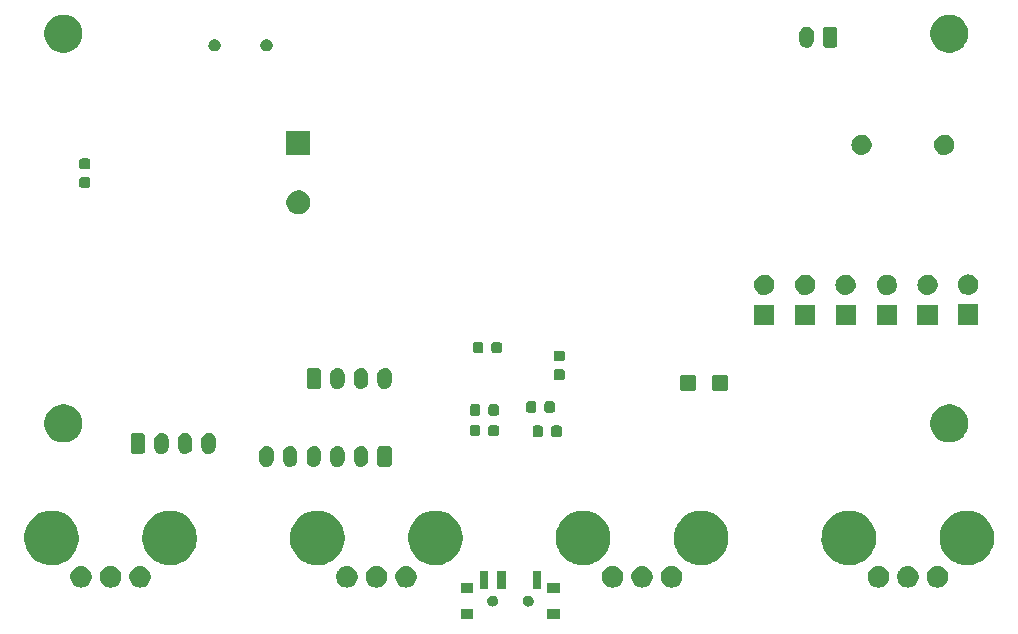
<source format=gbs>
G04 #@! TF.GenerationSoftware,KiCad,Pcbnew,5.99.0-unknown-a5c7d45~86~ubuntu18.04.1*
G04 #@! TF.CreationDate,2020-01-09T22:12:47+01:00*
G04 #@! TF.ProjectId,V1_0,56315f30-2e6b-4696-9361-645f70636258,rev?*
G04 #@! TF.SameCoordinates,Original*
G04 #@! TF.FileFunction,Soldermask,Bot*
G04 #@! TF.FilePolarity,Negative*
%FSLAX46Y46*%
G04 Gerber Fmt 4.6, Leading zero omitted, Abs format (unit mm)*
G04 Created by KiCad (PCBNEW 5.99.0-unknown-a5c7d45~86~ubuntu18.04.1) date 2020-01-09 22:12:47*
%MOMM*%
%LPD*%
G04 APERTURE LIST*
G04 APERTURE END LIST*
G36*
X145003903Y-132740580D02*
G01*
X145007210Y-132742790D01*
X145009420Y-132746097D01*
X145010441Y-132751231D01*
X145010441Y-133548769D01*
X145009420Y-133553903D01*
X145007210Y-133557210D01*
X145003903Y-133559420D01*
X144998769Y-133560441D01*
X144001231Y-133560441D01*
X143996097Y-133559420D01*
X143992790Y-133557210D01*
X143990580Y-133553903D01*
X143989559Y-133548769D01*
X143989559Y-132751231D01*
X143990580Y-132746097D01*
X143992790Y-132742790D01*
X143996097Y-132740580D01*
X144001231Y-132739559D01*
X144998769Y-132739559D01*
X145003903Y-132740580D01*
G37*
G36*
X137703903Y-132740580D02*
G01*
X137707210Y-132742790D01*
X137709420Y-132746097D01*
X137710441Y-132751231D01*
X137710441Y-133548769D01*
X137709420Y-133553903D01*
X137707210Y-133557210D01*
X137703903Y-133559420D01*
X137698769Y-133560441D01*
X136701231Y-133560441D01*
X136696097Y-133559420D01*
X136692790Y-133557210D01*
X136690580Y-133553903D01*
X136689559Y-133548769D01*
X136689559Y-132751231D01*
X136690580Y-132746097D01*
X136692790Y-132742790D01*
X136696097Y-132740580D01*
X136701231Y-132739559D01*
X137698769Y-132739559D01*
X137703903Y-132740580D01*
G37*
G36*
X142402671Y-131592712D02*
G01*
X142455437Y-131596911D01*
X142470580Y-131602922D01*
X142483544Y-131604871D01*
X142531849Y-131627242D01*
X142584002Y-131647944D01*
X142594170Y-131656105D01*
X142603110Y-131660245D01*
X142645671Y-131697438D01*
X142691879Y-131734524D01*
X142697367Y-131742615D01*
X142702328Y-131746950D01*
X142734541Y-131797417D01*
X142769528Y-131848996D01*
X142771437Y-131855222D01*
X142773222Y-131858018D01*
X142790997Y-131919001D01*
X142810085Y-131981240D01*
X142810057Y-131984392D01*
X142810073Y-131984445D01*
X142810025Y-131988096D01*
X142808815Y-132126779D01*
X142788425Y-132189346D01*
X142768051Y-132252996D01*
X142767340Y-132254048D01*
X142765956Y-132258295D01*
X142729034Y-132310733D01*
X142694276Y-132362167D01*
X142690777Y-132365067D01*
X142686321Y-132371395D01*
X142637925Y-132408867D01*
X142592818Y-132446249D01*
X142585648Y-132449344D01*
X142576950Y-132456079D01*
X142522609Y-132476559D01*
X142471847Y-132498473D01*
X142460854Y-132499832D01*
X142447514Y-132504860D01*
X142392706Y-132508260D01*
X142341078Y-132514645D01*
X142326931Y-132512341D01*
X142309456Y-132513425D01*
X142259163Y-132501304D01*
X142211030Y-132493465D01*
X142195162Y-132485880D01*
X142174982Y-132481016D01*
X142133218Y-132456267D01*
X142092145Y-132436633D01*
X142076625Y-132422732D01*
X142055983Y-132410500D01*
X142025498Y-132376939D01*
X141993997Y-132348724D01*
X141981290Y-132328270D01*
X141962979Y-132308111D01*
X141945071Y-132269968D01*
X141924465Y-132236799D01*
X141917141Y-132210480D01*
X141904193Y-132182901D01*
X141898742Y-132144360D01*
X141889140Y-132109853D01*
X141889540Y-132079294D01*
X141884823Y-132045940D01*
X141890438Y-132010684D01*
X141890865Y-131978103D01*
X141900774Y-131945794D01*
X141906580Y-131909339D01*
X141920896Y-131880182D01*
X141929500Y-131852126D01*
X141949859Y-131821191D01*
X141967543Y-131785174D01*
X141987585Y-131763869D01*
X142001936Y-131742063D01*
X142032620Y-131715995D01*
X142062320Y-131684423D01*
X142084936Y-131671549D01*
X142102358Y-131656748D01*
X142142080Y-131639021D01*
X142182531Y-131615995D01*
X142204769Y-131611044D01*
X142222683Y-131603050D01*
X142268993Y-131596747D01*
X142317550Y-131585938D01*
X142337029Y-131587488D01*
X142353246Y-131585281D01*
X142402671Y-131592712D01*
G37*
G36*
X139402671Y-131592712D02*
G01*
X139455437Y-131596911D01*
X139470580Y-131602922D01*
X139483544Y-131604871D01*
X139531849Y-131627242D01*
X139584002Y-131647944D01*
X139594170Y-131656105D01*
X139603110Y-131660245D01*
X139645671Y-131697438D01*
X139691879Y-131734524D01*
X139697367Y-131742615D01*
X139702328Y-131746950D01*
X139734541Y-131797417D01*
X139769528Y-131848996D01*
X139771437Y-131855222D01*
X139773222Y-131858018D01*
X139790997Y-131919001D01*
X139810085Y-131981240D01*
X139810057Y-131984392D01*
X139810073Y-131984445D01*
X139810025Y-131988096D01*
X139808815Y-132126779D01*
X139788425Y-132189346D01*
X139768051Y-132252996D01*
X139767340Y-132254048D01*
X139765956Y-132258295D01*
X139729034Y-132310733D01*
X139694276Y-132362167D01*
X139690777Y-132365067D01*
X139686321Y-132371395D01*
X139637925Y-132408867D01*
X139592818Y-132446249D01*
X139585648Y-132449344D01*
X139576950Y-132456079D01*
X139522609Y-132476559D01*
X139471847Y-132498473D01*
X139460854Y-132499832D01*
X139447514Y-132504860D01*
X139392706Y-132508260D01*
X139341078Y-132514645D01*
X139326931Y-132512341D01*
X139309456Y-132513425D01*
X139259163Y-132501304D01*
X139211030Y-132493465D01*
X139195162Y-132485880D01*
X139174982Y-132481016D01*
X139133218Y-132456267D01*
X139092145Y-132436633D01*
X139076625Y-132422732D01*
X139055983Y-132410500D01*
X139025498Y-132376939D01*
X138993997Y-132348724D01*
X138981290Y-132328270D01*
X138962979Y-132308111D01*
X138945071Y-132269968D01*
X138924465Y-132236799D01*
X138917141Y-132210480D01*
X138904193Y-132182901D01*
X138898742Y-132144360D01*
X138889140Y-132109853D01*
X138889540Y-132079294D01*
X138884823Y-132045940D01*
X138890438Y-132010684D01*
X138890865Y-131978103D01*
X138900774Y-131945794D01*
X138906580Y-131909339D01*
X138920896Y-131880182D01*
X138929500Y-131852126D01*
X138949859Y-131821191D01*
X138967543Y-131785174D01*
X138987585Y-131763869D01*
X139001936Y-131742063D01*
X139032620Y-131715995D01*
X139062320Y-131684423D01*
X139084936Y-131671549D01*
X139102358Y-131656748D01*
X139142080Y-131639021D01*
X139182531Y-131615995D01*
X139204769Y-131611044D01*
X139222683Y-131603050D01*
X139268993Y-131596747D01*
X139317550Y-131585938D01*
X139337029Y-131587488D01*
X139353246Y-131585281D01*
X139402671Y-131592712D01*
G37*
G36*
X145003903Y-130530580D02*
G01*
X145007210Y-130532790D01*
X145009420Y-130536097D01*
X145010441Y-130541231D01*
X145010441Y-131338769D01*
X145009420Y-131343903D01*
X145007210Y-131347210D01*
X145003903Y-131349420D01*
X144998769Y-131350441D01*
X144001231Y-131350441D01*
X143996097Y-131349420D01*
X143992790Y-131347210D01*
X143990580Y-131343903D01*
X143989559Y-131338769D01*
X143989559Y-130541231D01*
X143990580Y-130536097D01*
X143992790Y-130532790D01*
X143996097Y-130530580D01*
X144001231Y-130529559D01*
X144998769Y-130529559D01*
X145003903Y-130530580D01*
G37*
G36*
X137703903Y-130530580D02*
G01*
X137707210Y-130532790D01*
X137709420Y-130536097D01*
X137710441Y-130541231D01*
X137710441Y-131338769D01*
X137709420Y-131343903D01*
X137707210Y-131347210D01*
X137703903Y-131349420D01*
X137698769Y-131350441D01*
X136701231Y-131350441D01*
X136696097Y-131349420D01*
X136692790Y-131347210D01*
X136690580Y-131343903D01*
X136689559Y-131338769D01*
X136689559Y-130541231D01*
X136690580Y-130536097D01*
X136692790Y-130532790D01*
X136696097Y-130530580D01*
X136701231Y-130529559D01*
X137698769Y-130529559D01*
X137703903Y-130530580D01*
G37*
G36*
X138953903Y-129530580D02*
G01*
X138957210Y-129532790D01*
X138959420Y-129536097D01*
X138960441Y-129541231D01*
X138960441Y-131038769D01*
X138959420Y-131043903D01*
X138957210Y-131047210D01*
X138953903Y-131049420D01*
X138948769Y-131050441D01*
X138251231Y-131050441D01*
X138246097Y-131049420D01*
X138242790Y-131047210D01*
X138240580Y-131043903D01*
X138239559Y-131038769D01*
X138239559Y-129541231D01*
X138240580Y-129536097D01*
X138242790Y-129532790D01*
X138246097Y-129530580D01*
X138251231Y-129529559D01*
X138948769Y-129529559D01*
X138953903Y-129530580D01*
G37*
G36*
X143453903Y-129530580D02*
G01*
X143457210Y-129532790D01*
X143459420Y-129536097D01*
X143460441Y-129541231D01*
X143460441Y-131038769D01*
X143459420Y-131043903D01*
X143457210Y-131047210D01*
X143453903Y-131049420D01*
X143448769Y-131050441D01*
X142751231Y-131050441D01*
X142746097Y-131049420D01*
X142742790Y-131047210D01*
X142740580Y-131043903D01*
X142739559Y-131038769D01*
X142739559Y-129541231D01*
X142740580Y-129536097D01*
X142742790Y-129532790D01*
X142746097Y-129530580D01*
X142751231Y-129529559D01*
X143448769Y-129529559D01*
X143453903Y-129530580D01*
G37*
G36*
X140453903Y-129530580D02*
G01*
X140457210Y-129532790D01*
X140459420Y-129536097D01*
X140460441Y-129541231D01*
X140460441Y-131038769D01*
X140459420Y-131043903D01*
X140457210Y-131047210D01*
X140453903Y-131049420D01*
X140448769Y-131050441D01*
X139751231Y-131050441D01*
X139746097Y-131049420D01*
X139742790Y-131047210D01*
X139740580Y-131043903D01*
X139739559Y-131038769D01*
X139739559Y-129541231D01*
X139740580Y-129536097D01*
X139742790Y-129532790D01*
X139746097Y-129530580D01*
X139751231Y-129529559D01*
X140448769Y-129529559D01*
X140453903Y-129530580D01*
G37*
G36*
X154690242Y-129104983D02*
G01*
X154690245Y-129104984D01*
X154690246Y-129104984D01*
X154872171Y-129164095D01*
X155037828Y-129259738D01*
X155037831Y-129259740D01*
X155179986Y-129387737D01*
X155287776Y-129536097D01*
X155292425Y-129542496D01*
X155370228Y-129717243D01*
X155410000Y-129904356D01*
X155410000Y-130095644D01*
X155370228Y-130282757D01*
X155292425Y-130457504D01*
X155292424Y-130457506D01*
X155179986Y-130612263D01*
X155037831Y-130740260D01*
X155037829Y-130740261D01*
X155037828Y-130740262D01*
X154872171Y-130835905D01*
X154690246Y-130895016D01*
X154690245Y-130895016D01*
X154690242Y-130895017D01*
X154500000Y-130915012D01*
X154309758Y-130895017D01*
X154309755Y-130895016D01*
X154309754Y-130895016D01*
X154127829Y-130835905D01*
X153962172Y-130740262D01*
X153962171Y-130740261D01*
X153962169Y-130740260D01*
X153820014Y-130612263D01*
X153707576Y-130457506D01*
X153707575Y-130457504D01*
X153629772Y-130282757D01*
X153590000Y-130095644D01*
X153590000Y-129904356D01*
X153629772Y-129717243D01*
X153707575Y-129542496D01*
X153712224Y-129536097D01*
X153820014Y-129387737D01*
X153962169Y-129259740D01*
X153962172Y-129259738D01*
X154127829Y-129164095D01*
X154309754Y-129104984D01*
X154309755Y-129104984D01*
X154309758Y-129104983D01*
X154500000Y-129084988D01*
X154690242Y-129104983D01*
G37*
G36*
X152190242Y-129104983D02*
G01*
X152190245Y-129104984D01*
X152190246Y-129104984D01*
X152372171Y-129164095D01*
X152537828Y-129259738D01*
X152537831Y-129259740D01*
X152679986Y-129387737D01*
X152787776Y-129536097D01*
X152792425Y-129542496D01*
X152870228Y-129717243D01*
X152910000Y-129904356D01*
X152910000Y-130095644D01*
X152870228Y-130282757D01*
X152792425Y-130457504D01*
X152792424Y-130457506D01*
X152679986Y-130612263D01*
X152537831Y-130740260D01*
X152537829Y-130740261D01*
X152537828Y-130740262D01*
X152372171Y-130835905D01*
X152190246Y-130895016D01*
X152190245Y-130895016D01*
X152190242Y-130895017D01*
X152000000Y-130915012D01*
X151809758Y-130895017D01*
X151809755Y-130895016D01*
X151809754Y-130895016D01*
X151627829Y-130835905D01*
X151462172Y-130740262D01*
X151462171Y-130740261D01*
X151462169Y-130740260D01*
X151320014Y-130612263D01*
X151207576Y-130457506D01*
X151207575Y-130457504D01*
X151129772Y-130282757D01*
X151090000Y-130095644D01*
X151090000Y-129904356D01*
X151129772Y-129717243D01*
X151207575Y-129542496D01*
X151212224Y-129536097D01*
X151320014Y-129387737D01*
X151462169Y-129259740D01*
X151462172Y-129259738D01*
X151627829Y-129164095D01*
X151809754Y-129104984D01*
X151809755Y-129104984D01*
X151809758Y-129104983D01*
X152000000Y-129084988D01*
X152190242Y-129104983D01*
G37*
G36*
X149690242Y-129104983D02*
G01*
X149690245Y-129104984D01*
X149690246Y-129104984D01*
X149872171Y-129164095D01*
X150037828Y-129259738D01*
X150037831Y-129259740D01*
X150179986Y-129387737D01*
X150287776Y-129536097D01*
X150292425Y-129542496D01*
X150370228Y-129717243D01*
X150410000Y-129904356D01*
X150410000Y-130095644D01*
X150370228Y-130282757D01*
X150292425Y-130457504D01*
X150292424Y-130457506D01*
X150179986Y-130612263D01*
X150037831Y-130740260D01*
X150037829Y-130740261D01*
X150037828Y-130740262D01*
X149872171Y-130835905D01*
X149690246Y-130895016D01*
X149690245Y-130895016D01*
X149690242Y-130895017D01*
X149500000Y-130915012D01*
X149309758Y-130895017D01*
X149309755Y-130895016D01*
X149309754Y-130895016D01*
X149127829Y-130835905D01*
X148962172Y-130740262D01*
X148962171Y-130740261D01*
X148962169Y-130740260D01*
X148820014Y-130612263D01*
X148707576Y-130457506D01*
X148707575Y-130457504D01*
X148629772Y-130282757D01*
X148590000Y-130095644D01*
X148590000Y-129904356D01*
X148629772Y-129717243D01*
X148707575Y-129542496D01*
X148712224Y-129536097D01*
X148820014Y-129387737D01*
X148962169Y-129259740D01*
X148962172Y-129259738D01*
X149127829Y-129164095D01*
X149309754Y-129104984D01*
X149309755Y-129104984D01*
X149309758Y-129104983D01*
X149500000Y-129084988D01*
X149690242Y-129104983D01*
G37*
G36*
X132190242Y-129104983D02*
G01*
X132190245Y-129104984D01*
X132190246Y-129104984D01*
X132372171Y-129164095D01*
X132537828Y-129259738D01*
X132537831Y-129259740D01*
X132679986Y-129387737D01*
X132787776Y-129536097D01*
X132792425Y-129542496D01*
X132870228Y-129717243D01*
X132910000Y-129904356D01*
X132910000Y-130095644D01*
X132870228Y-130282757D01*
X132792425Y-130457504D01*
X132792424Y-130457506D01*
X132679986Y-130612263D01*
X132537831Y-130740260D01*
X132537829Y-130740261D01*
X132537828Y-130740262D01*
X132372171Y-130835905D01*
X132190246Y-130895016D01*
X132190245Y-130895016D01*
X132190242Y-130895017D01*
X132000000Y-130915012D01*
X131809758Y-130895017D01*
X131809755Y-130895016D01*
X131809754Y-130895016D01*
X131627829Y-130835905D01*
X131462172Y-130740262D01*
X131462171Y-130740261D01*
X131462169Y-130740260D01*
X131320014Y-130612263D01*
X131207576Y-130457506D01*
X131207575Y-130457504D01*
X131129772Y-130282757D01*
X131090000Y-130095644D01*
X131090000Y-129904356D01*
X131129772Y-129717243D01*
X131207575Y-129542496D01*
X131212224Y-129536097D01*
X131320014Y-129387737D01*
X131462169Y-129259740D01*
X131462172Y-129259738D01*
X131627829Y-129164095D01*
X131809754Y-129104984D01*
X131809755Y-129104984D01*
X131809758Y-129104983D01*
X132000000Y-129084988D01*
X132190242Y-129104983D01*
G37*
G36*
X127190242Y-129104983D02*
G01*
X127190245Y-129104984D01*
X127190246Y-129104984D01*
X127372171Y-129164095D01*
X127537828Y-129259738D01*
X127537831Y-129259740D01*
X127679986Y-129387737D01*
X127787776Y-129536097D01*
X127792425Y-129542496D01*
X127870228Y-129717243D01*
X127910000Y-129904356D01*
X127910000Y-130095644D01*
X127870228Y-130282757D01*
X127792425Y-130457504D01*
X127792424Y-130457506D01*
X127679986Y-130612263D01*
X127537831Y-130740260D01*
X127537829Y-130740261D01*
X127537828Y-130740262D01*
X127372171Y-130835905D01*
X127190246Y-130895016D01*
X127190245Y-130895016D01*
X127190242Y-130895017D01*
X127000000Y-130915012D01*
X126809758Y-130895017D01*
X126809755Y-130895016D01*
X126809754Y-130895016D01*
X126627829Y-130835905D01*
X126462172Y-130740262D01*
X126462171Y-130740261D01*
X126462169Y-130740260D01*
X126320014Y-130612263D01*
X126207576Y-130457506D01*
X126207575Y-130457504D01*
X126129772Y-130282757D01*
X126090000Y-130095644D01*
X126090000Y-129904356D01*
X126129772Y-129717243D01*
X126207575Y-129542496D01*
X126212224Y-129536097D01*
X126320014Y-129387737D01*
X126462169Y-129259740D01*
X126462172Y-129259738D01*
X126627829Y-129164095D01*
X126809754Y-129104984D01*
X126809755Y-129104984D01*
X126809758Y-129104983D01*
X127000000Y-129084988D01*
X127190242Y-129104983D01*
G37*
G36*
X177190242Y-129104983D02*
G01*
X177190245Y-129104984D01*
X177190246Y-129104984D01*
X177372171Y-129164095D01*
X177537828Y-129259738D01*
X177537831Y-129259740D01*
X177679986Y-129387737D01*
X177787776Y-129536097D01*
X177792425Y-129542496D01*
X177870228Y-129717243D01*
X177910000Y-129904356D01*
X177910000Y-130095644D01*
X177870228Y-130282757D01*
X177792425Y-130457504D01*
X177792424Y-130457506D01*
X177679986Y-130612263D01*
X177537831Y-130740260D01*
X177537829Y-130740261D01*
X177537828Y-130740262D01*
X177372171Y-130835905D01*
X177190246Y-130895016D01*
X177190245Y-130895016D01*
X177190242Y-130895017D01*
X177000000Y-130915012D01*
X176809758Y-130895017D01*
X176809755Y-130895016D01*
X176809754Y-130895016D01*
X176627829Y-130835905D01*
X176462172Y-130740262D01*
X176462171Y-130740261D01*
X176462169Y-130740260D01*
X176320014Y-130612263D01*
X176207576Y-130457506D01*
X176207575Y-130457504D01*
X176129772Y-130282757D01*
X176090000Y-130095644D01*
X176090000Y-129904356D01*
X176129772Y-129717243D01*
X176207575Y-129542496D01*
X176212224Y-129536097D01*
X176320014Y-129387737D01*
X176462169Y-129259740D01*
X176462172Y-129259738D01*
X176627829Y-129164095D01*
X176809754Y-129104984D01*
X176809755Y-129104984D01*
X176809758Y-129104983D01*
X177000000Y-129084988D01*
X177190242Y-129104983D01*
G37*
G36*
X172190242Y-129104983D02*
G01*
X172190245Y-129104984D01*
X172190246Y-129104984D01*
X172372171Y-129164095D01*
X172537828Y-129259738D01*
X172537831Y-129259740D01*
X172679986Y-129387737D01*
X172787776Y-129536097D01*
X172792425Y-129542496D01*
X172870228Y-129717243D01*
X172910000Y-129904356D01*
X172910000Y-130095644D01*
X172870228Y-130282757D01*
X172792425Y-130457504D01*
X172792424Y-130457506D01*
X172679986Y-130612263D01*
X172537831Y-130740260D01*
X172537829Y-130740261D01*
X172537828Y-130740262D01*
X172372171Y-130835905D01*
X172190246Y-130895016D01*
X172190245Y-130895016D01*
X172190242Y-130895017D01*
X172000000Y-130915012D01*
X171809758Y-130895017D01*
X171809755Y-130895016D01*
X171809754Y-130895016D01*
X171627829Y-130835905D01*
X171462172Y-130740262D01*
X171462171Y-130740261D01*
X171462169Y-130740260D01*
X171320014Y-130612263D01*
X171207576Y-130457506D01*
X171207575Y-130457504D01*
X171129772Y-130282757D01*
X171090000Y-130095644D01*
X171090000Y-129904356D01*
X171129772Y-129717243D01*
X171207575Y-129542496D01*
X171212224Y-129536097D01*
X171320014Y-129387737D01*
X171462169Y-129259740D01*
X171462172Y-129259738D01*
X171627829Y-129164095D01*
X171809754Y-129104984D01*
X171809755Y-129104984D01*
X171809758Y-129104983D01*
X172000000Y-129084988D01*
X172190242Y-129104983D01*
G37*
G36*
X104690242Y-129104983D02*
G01*
X104690245Y-129104984D01*
X104690246Y-129104984D01*
X104872171Y-129164095D01*
X105037828Y-129259738D01*
X105037831Y-129259740D01*
X105179986Y-129387737D01*
X105287776Y-129536097D01*
X105292425Y-129542496D01*
X105370228Y-129717243D01*
X105410000Y-129904356D01*
X105410000Y-130095644D01*
X105370228Y-130282757D01*
X105292425Y-130457504D01*
X105292424Y-130457506D01*
X105179986Y-130612263D01*
X105037831Y-130740260D01*
X105037829Y-130740261D01*
X105037828Y-130740262D01*
X104872171Y-130835905D01*
X104690246Y-130895016D01*
X104690245Y-130895016D01*
X104690242Y-130895017D01*
X104500000Y-130915012D01*
X104309758Y-130895017D01*
X104309755Y-130895016D01*
X104309754Y-130895016D01*
X104127829Y-130835905D01*
X103962172Y-130740262D01*
X103962171Y-130740261D01*
X103962169Y-130740260D01*
X103820014Y-130612263D01*
X103707576Y-130457506D01*
X103707575Y-130457504D01*
X103629772Y-130282757D01*
X103590000Y-130095644D01*
X103590000Y-129904356D01*
X103629772Y-129717243D01*
X103707575Y-129542496D01*
X103712224Y-129536097D01*
X103820014Y-129387737D01*
X103962169Y-129259740D01*
X103962172Y-129259738D01*
X104127829Y-129164095D01*
X104309754Y-129104984D01*
X104309755Y-129104984D01*
X104309758Y-129104983D01*
X104500000Y-129084988D01*
X104690242Y-129104983D01*
G37*
G36*
X107190242Y-129104983D02*
G01*
X107190245Y-129104984D01*
X107190246Y-129104984D01*
X107372171Y-129164095D01*
X107537828Y-129259738D01*
X107537831Y-129259740D01*
X107679986Y-129387737D01*
X107787776Y-129536097D01*
X107792425Y-129542496D01*
X107870228Y-129717243D01*
X107910000Y-129904356D01*
X107910000Y-130095644D01*
X107870228Y-130282757D01*
X107792425Y-130457504D01*
X107792424Y-130457506D01*
X107679986Y-130612263D01*
X107537831Y-130740260D01*
X107537829Y-130740261D01*
X107537828Y-130740262D01*
X107372171Y-130835905D01*
X107190246Y-130895016D01*
X107190245Y-130895016D01*
X107190242Y-130895017D01*
X107000000Y-130915012D01*
X106809758Y-130895017D01*
X106809755Y-130895016D01*
X106809754Y-130895016D01*
X106627829Y-130835905D01*
X106462172Y-130740262D01*
X106462171Y-130740261D01*
X106462169Y-130740260D01*
X106320014Y-130612263D01*
X106207576Y-130457506D01*
X106207575Y-130457504D01*
X106129772Y-130282757D01*
X106090000Y-130095644D01*
X106090000Y-129904356D01*
X106129772Y-129717243D01*
X106207575Y-129542496D01*
X106212224Y-129536097D01*
X106320014Y-129387737D01*
X106462169Y-129259740D01*
X106462172Y-129259738D01*
X106627829Y-129164095D01*
X106809754Y-129104984D01*
X106809755Y-129104984D01*
X106809758Y-129104983D01*
X107000000Y-129084988D01*
X107190242Y-129104983D01*
G37*
G36*
X109690242Y-129104983D02*
G01*
X109690245Y-129104984D01*
X109690246Y-129104984D01*
X109872171Y-129164095D01*
X110037828Y-129259738D01*
X110037831Y-129259740D01*
X110179986Y-129387737D01*
X110287776Y-129536097D01*
X110292425Y-129542496D01*
X110370228Y-129717243D01*
X110410000Y-129904356D01*
X110410000Y-130095644D01*
X110370228Y-130282757D01*
X110292425Y-130457504D01*
X110292424Y-130457506D01*
X110179986Y-130612263D01*
X110037831Y-130740260D01*
X110037829Y-130740261D01*
X110037828Y-130740262D01*
X109872171Y-130835905D01*
X109690246Y-130895016D01*
X109690245Y-130895016D01*
X109690242Y-130895017D01*
X109500000Y-130915012D01*
X109309758Y-130895017D01*
X109309755Y-130895016D01*
X109309754Y-130895016D01*
X109127829Y-130835905D01*
X108962172Y-130740262D01*
X108962171Y-130740261D01*
X108962169Y-130740260D01*
X108820014Y-130612263D01*
X108707576Y-130457506D01*
X108707575Y-130457504D01*
X108629772Y-130282757D01*
X108590000Y-130095644D01*
X108590000Y-129904356D01*
X108629772Y-129717243D01*
X108707575Y-129542496D01*
X108712224Y-129536097D01*
X108820014Y-129387737D01*
X108962169Y-129259740D01*
X108962172Y-129259738D01*
X109127829Y-129164095D01*
X109309754Y-129104984D01*
X109309755Y-129104984D01*
X109309758Y-129104983D01*
X109500000Y-129084988D01*
X109690242Y-129104983D01*
G37*
G36*
X174690242Y-129104983D02*
G01*
X174690245Y-129104984D01*
X174690246Y-129104984D01*
X174872171Y-129164095D01*
X175037828Y-129259738D01*
X175037831Y-129259740D01*
X175179986Y-129387737D01*
X175287776Y-129536097D01*
X175292425Y-129542496D01*
X175370228Y-129717243D01*
X175410000Y-129904356D01*
X175410000Y-130095644D01*
X175370228Y-130282757D01*
X175292425Y-130457504D01*
X175292424Y-130457506D01*
X175179986Y-130612263D01*
X175037831Y-130740260D01*
X175037829Y-130740261D01*
X175037828Y-130740262D01*
X174872171Y-130835905D01*
X174690246Y-130895016D01*
X174690245Y-130895016D01*
X174690242Y-130895017D01*
X174500000Y-130915012D01*
X174309758Y-130895017D01*
X174309755Y-130895016D01*
X174309754Y-130895016D01*
X174127829Y-130835905D01*
X173962172Y-130740262D01*
X173962171Y-130740261D01*
X173962169Y-130740260D01*
X173820014Y-130612263D01*
X173707576Y-130457506D01*
X173707575Y-130457504D01*
X173629772Y-130282757D01*
X173590000Y-130095644D01*
X173590000Y-129904356D01*
X173629772Y-129717243D01*
X173707575Y-129542496D01*
X173712224Y-129536097D01*
X173820014Y-129387737D01*
X173962169Y-129259740D01*
X173962172Y-129259738D01*
X174127829Y-129164095D01*
X174309754Y-129104984D01*
X174309755Y-129104984D01*
X174309758Y-129104983D01*
X174500000Y-129084988D01*
X174690242Y-129104983D01*
G37*
G36*
X129690242Y-129104983D02*
G01*
X129690245Y-129104984D01*
X129690246Y-129104984D01*
X129872171Y-129164095D01*
X130037828Y-129259738D01*
X130037831Y-129259740D01*
X130179986Y-129387737D01*
X130287776Y-129536097D01*
X130292425Y-129542496D01*
X130370228Y-129717243D01*
X130410000Y-129904356D01*
X130410000Y-130095644D01*
X130370228Y-130282757D01*
X130292425Y-130457504D01*
X130292424Y-130457506D01*
X130179986Y-130612263D01*
X130037831Y-130740260D01*
X130037829Y-130740261D01*
X130037828Y-130740262D01*
X129872171Y-130835905D01*
X129690246Y-130895016D01*
X129690245Y-130895016D01*
X129690242Y-130895017D01*
X129500000Y-130915012D01*
X129309758Y-130895017D01*
X129309755Y-130895016D01*
X129309754Y-130895016D01*
X129127829Y-130835905D01*
X128962172Y-130740262D01*
X128962171Y-130740261D01*
X128962169Y-130740260D01*
X128820014Y-130612263D01*
X128707576Y-130457506D01*
X128707575Y-130457504D01*
X128629772Y-130282757D01*
X128590000Y-130095644D01*
X128590000Y-129904356D01*
X128629772Y-129717243D01*
X128707575Y-129542496D01*
X128712224Y-129536097D01*
X128820014Y-129387737D01*
X128962169Y-129259740D01*
X128962172Y-129259738D01*
X129127829Y-129164095D01*
X129309754Y-129104984D01*
X129309755Y-129104984D01*
X129309758Y-129104983D01*
X129500000Y-129084988D01*
X129690242Y-129104983D01*
G37*
G36*
X169351666Y-124389870D02*
G01*
X169653418Y-124390133D01*
X169803514Y-124410027D01*
X169953607Y-124429920D01*
X170010147Y-124445123D01*
X170246034Y-124508549D01*
X170525687Y-124624671D01*
X170787801Y-124776308D01*
X171027875Y-124960856D01*
X171241806Y-125175161D01*
X171423363Y-125412199D01*
X171425937Y-125415560D01*
X171577114Y-125677933D01*
X171666349Y-125893898D01*
X171692751Y-125957797D01*
X171770869Y-126250359D01*
X171810131Y-126550607D01*
X171809867Y-126853418D01*
X171789973Y-127003514D01*
X171770080Y-127153607D01*
X171770079Y-127153610D01*
X171691451Y-127446034D01*
X171575329Y-127725687D01*
X171423692Y-127987801D01*
X171239144Y-128227875D01*
X171024839Y-128441806D01*
X170787371Y-128623692D01*
X170784440Y-128625937D01*
X170522067Y-128777114D01*
X170306102Y-128866349D01*
X170242203Y-128892751D01*
X169949641Y-128970869D01*
X169649393Y-129010131D01*
X169649389Y-129010131D01*
X169648334Y-129010130D01*
X169346582Y-129009867D01*
X169196486Y-128989973D01*
X169046393Y-128970080D01*
X168989853Y-128954877D01*
X168753966Y-128891451D01*
X168474313Y-128775329D01*
X168212199Y-128623692D01*
X167972125Y-128439144D01*
X167758194Y-128224839D01*
X167574063Y-127984440D01*
X167422887Y-127722068D01*
X167422886Y-127722067D01*
X167307250Y-127442205D01*
X167229132Y-127149644D01*
X167229131Y-127149641D01*
X167189869Y-126849393D01*
X167190133Y-126546582D01*
X167210027Y-126396486D01*
X167229920Y-126246393D01*
X167245123Y-126189853D01*
X167308549Y-125953966D01*
X167424671Y-125674313D01*
X167576308Y-125412199D01*
X167760856Y-125172125D01*
X167975161Y-124958194D01*
X168215560Y-124774063D01*
X168474832Y-124624673D01*
X168477933Y-124622886D01*
X168757795Y-124507250D01*
X168757794Y-124507250D01*
X168757797Y-124507249D01*
X169050359Y-124429131D01*
X169350607Y-124389869D01*
X169350611Y-124389869D01*
X169351666Y-124389870D01*
G37*
G36*
X179351666Y-124389870D02*
G01*
X179653418Y-124390133D01*
X179803514Y-124410027D01*
X179953607Y-124429920D01*
X180010147Y-124445123D01*
X180246034Y-124508549D01*
X180525687Y-124624671D01*
X180787801Y-124776308D01*
X181027875Y-124960856D01*
X181241806Y-125175161D01*
X181423363Y-125412199D01*
X181425937Y-125415560D01*
X181577114Y-125677933D01*
X181666349Y-125893898D01*
X181692751Y-125957797D01*
X181770869Y-126250359D01*
X181810131Y-126550607D01*
X181809867Y-126853418D01*
X181789973Y-127003514D01*
X181770080Y-127153607D01*
X181770079Y-127153610D01*
X181691451Y-127446034D01*
X181575329Y-127725687D01*
X181423692Y-127987801D01*
X181239144Y-128227875D01*
X181024839Y-128441806D01*
X180787371Y-128623692D01*
X180784440Y-128625937D01*
X180522067Y-128777114D01*
X180306102Y-128866349D01*
X180242203Y-128892751D01*
X179949641Y-128970869D01*
X179649393Y-129010131D01*
X179649389Y-129010131D01*
X179648334Y-129010130D01*
X179346582Y-129009867D01*
X179196486Y-128989973D01*
X179046393Y-128970080D01*
X178989853Y-128954877D01*
X178753966Y-128891451D01*
X178474313Y-128775329D01*
X178212199Y-128623692D01*
X177972125Y-128439144D01*
X177758194Y-128224839D01*
X177574063Y-127984440D01*
X177422887Y-127722068D01*
X177422886Y-127722067D01*
X177307250Y-127442205D01*
X177229132Y-127149644D01*
X177229131Y-127149641D01*
X177189869Y-126849393D01*
X177190133Y-126546582D01*
X177210027Y-126396486D01*
X177229920Y-126246393D01*
X177245123Y-126189853D01*
X177308549Y-125953966D01*
X177424671Y-125674313D01*
X177576308Y-125412199D01*
X177760856Y-125172125D01*
X177975161Y-124958194D01*
X178215560Y-124774063D01*
X178474832Y-124624673D01*
X178477933Y-124622886D01*
X178757795Y-124507250D01*
X178757794Y-124507250D01*
X178757797Y-124507249D01*
X179050359Y-124429131D01*
X179350607Y-124389869D01*
X179350611Y-124389869D01*
X179351666Y-124389870D01*
G37*
G36*
X124351666Y-124389870D02*
G01*
X124653418Y-124390133D01*
X124803514Y-124410027D01*
X124953607Y-124429920D01*
X125010147Y-124445123D01*
X125246034Y-124508549D01*
X125525687Y-124624671D01*
X125787801Y-124776308D01*
X126027875Y-124960856D01*
X126241806Y-125175161D01*
X126423363Y-125412199D01*
X126425937Y-125415560D01*
X126577114Y-125677933D01*
X126666349Y-125893898D01*
X126692751Y-125957797D01*
X126770869Y-126250359D01*
X126810131Y-126550607D01*
X126809867Y-126853418D01*
X126789973Y-127003514D01*
X126770080Y-127153607D01*
X126770079Y-127153610D01*
X126691451Y-127446034D01*
X126575329Y-127725687D01*
X126423692Y-127987801D01*
X126239144Y-128227875D01*
X126024839Y-128441806D01*
X125787371Y-128623692D01*
X125784440Y-128625937D01*
X125522067Y-128777114D01*
X125306102Y-128866349D01*
X125242203Y-128892751D01*
X124949641Y-128970869D01*
X124649393Y-129010131D01*
X124649389Y-129010131D01*
X124648334Y-129010130D01*
X124346582Y-129009867D01*
X124196486Y-128989973D01*
X124046393Y-128970080D01*
X123989853Y-128954877D01*
X123753966Y-128891451D01*
X123474313Y-128775329D01*
X123212199Y-128623692D01*
X122972125Y-128439144D01*
X122758194Y-128224839D01*
X122574063Y-127984440D01*
X122422887Y-127722068D01*
X122422886Y-127722067D01*
X122307250Y-127442205D01*
X122229132Y-127149644D01*
X122229131Y-127149641D01*
X122189869Y-126849393D01*
X122190133Y-126546582D01*
X122210027Y-126396486D01*
X122229920Y-126246393D01*
X122245123Y-126189853D01*
X122308549Y-125953966D01*
X122424671Y-125674313D01*
X122576308Y-125412199D01*
X122760856Y-125172125D01*
X122975161Y-124958194D01*
X123215560Y-124774063D01*
X123474832Y-124624673D01*
X123477933Y-124622886D01*
X123757795Y-124507250D01*
X123757794Y-124507250D01*
X123757797Y-124507249D01*
X124050359Y-124429131D01*
X124350607Y-124389869D01*
X124350611Y-124389869D01*
X124351666Y-124389870D01*
G37*
G36*
X134351666Y-124389870D02*
G01*
X134653418Y-124390133D01*
X134803514Y-124410027D01*
X134953607Y-124429920D01*
X135010147Y-124445123D01*
X135246034Y-124508549D01*
X135525687Y-124624671D01*
X135787801Y-124776308D01*
X136027875Y-124960856D01*
X136241806Y-125175161D01*
X136423363Y-125412199D01*
X136425937Y-125415560D01*
X136577114Y-125677933D01*
X136666349Y-125893898D01*
X136692751Y-125957797D01*
X136770869Y-126250359D01*
X136810131Y-126550607D01*
X136809867Y-126853418D01*
X136789973Y-127003514D01*
X136770080Y-127153607D01*
X136770079Y-127153610D01*
X136691451Y-127446034D01*
X136575329Y-127725687D01*
X136423692Y-127987801D01*
X136239144Y-128227875D01*
X136024839Y-128441806D01*
X135787371Y-128623692D01*
X135784440Y-128625937D01*
X135522067Y-128777114D01*
X135306102Y-128866349D01*
X135242203Y-128892751D01*
X134949641Y-128970869D01*
X134649393Y-129010131D01*
X134649389Y-129010131D01*
X134648334Y-129010130D01*
X134346582Y-129009867D01*
X134196486Y-128989973D01*
X134046393Y-128970080D01*
X133989853Y-128954877D01*
X133753966Y-128891451D01*
X133474313Y-128775329D01*
X133212199Y-128623692D01*
X132972125Y-128439144D01*
X132758194Y-128224839D01*
X132574063Y-127984440D01*
X132422887Y-127722068D01*
X132422886Y-127722067D01*
X132307250Y-127442205D01*
X132229132Y-127149644D01*
X132229131Y-127149641D01*
X132189869Y-126849393D01*
X132190133Y-126546582D01*
X132210027Y-126396486D01*
X132229920Y-126246393D01*
X132245123Y-126189853D01*
X132308549Y-125953966D01*
X132424671Y-125674313D01*
X132576308Y-125412199D01*
X132760856Y-125172125D01*
X132975161Y-124958194D01*
X133215560Y-124774063D01*
X133474832Y-124624673D01*
X133477933Y-124622886D01*
X133757795Y-124507250D01*
X133757794Y-124507250D01*
X133757797Y-124507249D01*
X134050359Y-124429131D01*
X134350607Y-124389869D01*
X134350611Y-124389869D01*
X134351666Y-124389870D01*
G37*
G36*
X156851666Y-124389870D02*
G01*
X157153418Y-124390133D01*
X157303514Y-124410027D01*
X157453607Y-124429920D01*
X157510147Y-124445123D01*
X157746034Y-124508549D01*
X158025687Y-124624671D01*
X158287801Y-124776308D01*
X158527875Y-124960856D01*
X158741806Y-125175161D01*
X158923363Y-125412199D01*
X158925937Y-125415560D01*
X159077114Y-125677933D01*
X159166349Y-125893898D01*
X159192751Y-125957797D01*
X159270869Y-126250359D01*
X159310131Y-126550607D01*
X159309867Y-126853418D01*
X159289973Y-127003514D01*
X159270080Y-127153607D01*
X159270079Y-127153610D01*
X159191451Y-127446034D01*
X159075329Y-127725687D01*
X158923692Y-127987801D01*
X158739144Y-128227875D01*
X158524839Y-128441806D01*
X158287371Y-128623692D01*
X158284440Y-128625937D01*
X158022067Y-128777114D01*
X157806102Y-128866349D01*
X157742203Y-128892751D01*
X157449641Y-128970869D01*
X157149393Y-129010131D01*
X157149389Y-129010131D01*
X157148334Y-129010130D01*
X156846582Y-129009867D01*
X156696486Y-128989973D01*
X156546393Y-128970080D01*
X156489853Y-128954877D01*
X156253966Y-128891451D01*
X155974313Y-128775329D01*
X155712199Y-128623692D01*
X155472125Y-128439144D01*
X155258194Y-128224839D01*
X155074063Y-127984440D01*
X154922887Y-127722068D01*
X154922886Y-127722067D01*
X154807250Y-127442205D01*
X154729132Y-127149644D01*
X154729131Y-127149641D01*
X154689869Y-126849393D01*
X154690133Y-126546582D01*
X154710027Y-126396486D01*
X154729920Y-126246393D01*
X154745123Y-126189853D01*
X154808549Y-125953966D01*
X154924671Y-125674313D01*
X155076308Y-125412199D01*
X155260856Y-125172125D01*
X155475161Y-124958194D01*
X155715560Y-124774063D01*
X155974832Y-124624673D01*
X155977933Y-124622886D01*
X156257795Y-124507250D01*
X156257794Y-124507250D01*
X156257797Y-124507249D01*
X156550359Y-124429131D01*
X156850607Y-124389869D01*
X156850611Y-124389869D01*
X156851666Y-124389870D01*
G37*
G36*
X146851666Y-124389870D02*
G01*
X147153418Y-124390133D01*
X147303514Y-124410027D01*
X147453607Y-124429920D01*
X147510147Y-124445123D01*
X147746034Y-124508549D01*
X148025687Y-124624671D01*
X148287801Y-124776308D01*
X148527875Y-124960856D01*
X148741806Y-125175161D01*
X148923363Y-125412199D01*
X148925937Y-125415560D01*
X149077114Y-125677933D01*
X149166349Y-125893898D01*
X149192751Y-125957797D01*
X149270869Y-126250359D01*
X149310131Y-126550607D01*
X149309867Y-126853418D01*
X149289973Y-127003514D01*
X149270080Y-127153607D01*
X149270079Y-127153610D01*
X149191451Y-127446034D01*
X149075329Y-127725687D01*
X148923692Y-127987801D01*
X148739144Y-128227875D01*
X148524839Y-128441806D01*
X148287371Y-128623692D01*
X148284440Y-128625937D01*
X148022067Y-128777114D01*
X147806102Y-128866349D01*
X147742203Y-128892751D01*
X147449641Y-128970869D01*
X147149393Y-129010131D01*
X147149389Y-129010131D01*
X147148334Y-129010130D01*
X146846582Y-129009867D01*
X146696486Y-128989973D01*
X146546393Y-128970080D01*
X146489853Y-128954877D01*
X146253966Y-128891451D01*
X145974313Y-128775329D01*
X145712199Y-128623692D01*
X145472125Y-128439144D01*
X145258194Y-128224839D01*
X145074063Y-127984440D01*
X144922887Y-127722068D01*
X144922886Y-127722067D01*
X144807250Y-127442205D01*
X144729132Y-127149644D01*
X144729131Y-127149641D01*
X144689869Y-126849393D01*
X144690133Y-126546582D01*
X144710027Y-126396486D01*
X144729920Y-126246393D01*
X144745123Y-126189853D01*
X144808549Y-125953966D01*
X144924671Y-125674313D01*
X145076308Y-125412199D01*
X145260856Y-125172125D01*
X145475161Y-124958194D01*
X145715560Y-124774063D01*
X145974832Y-124624673D01*
X145977933Y-124622886D01*
X146257795Y-124507250D01*
X146257794Y-124507250D01*
X146257797Y-124507249D01*
X146550359Y-124429131D01*
X146850607Y-124389869D01*
X146850611Y-124389869D01*
X146851666Y-124389870D01*
G37*
G36*
X111851666Y-124389870D02*
G01*
X112153418Y-124390133D01*
X112303514Y-124410027D01*
X112453607Y-124429920D01*
X112510147Y-124445123D01*
X112746034Y-124508549D01*
X113025687Y-124624671D01*
X113287801Y-124776308D01*
X113527875Y-124960856D01*
X113741806Y-125175161D01*
X113923363Y-125412199D01*
X113925937Y-125415560D01*
X114077114Y-125677933D01*
X114166349Y-125893898D01*
X114192751Y-125957797D01*
X114270869Y-126250359D01*
X114310131Y-126550607D01*
X114309867Y-126853418D01*
X114289973Y-127003514D01*
X114270080Y-127153607D01*
X114270079Y-127153610D01*
X114191451Y-127446034D01*
X114075329Y-127725687D01*
X113923692Y-127987801D01*
X113739144Y-128227875D01*
X113524839Y-128441806D01*
X113287371Y-128623692D01*
X113284440Y-128625937D01*
X113022067Y-128777114D01*
X112806102Y-128866349D01*
X112742203Y-128892751D01*
X112449641Y-128970869D01*
X112149393Y-129010131D01*
X112149389Y-129010131D01*
X112148334Y-129010130D01*
X111846582Y-129009867D01*
X111696486Y-128989973D01*
X111546393Y-128970080D01*
X111489853Y-128954877D01*
X111253966Y-128891451D01*
X110974313Y-128775329D01*
X110712199Y-128623692D01*
X110472125Y-128439144D01*
X110258194Y-128224839D01*
X110074063Y-127984440D01*
X109922887Y-127722068D01*
X109922886Y-127722067D01*
X109807250Y-127442205D01*
X109729132Y-127149644D01*
X109729131Y-127149641D01*
X109689869Y-126849393D01*
X109690133Y-126546582D01*
X109710027Y-126396486D01*
X109729920Y-126246393D01*
X109745123Y-126189853D01*
X109808549Y-125953966D01*
X109924671Y-125674313D01*
X110076308Y-125412199D01*
X110260856Y-125172125D01*
X110475161Y-124958194D01*
X110715560Y-124774063D01*
X110974832Y-124624673D01*
X110977933Y-124622886D01*
X111257795Y-124507250D01*
X111257794Y-124507250D01*
X111257797Y-124507249D01*
X111550359Y-124429131D01*
X111850607Y-124389869D01*
X111850611Y-124389869D01*
X111851666Y-124389870D01*
G37*
G36*
X101851666Y-124389870D02*
G01*
X102153418Y-124390133D01*
X102303514Y-124410027D01*
X102453607Y-124429920D01*
X102510147Y-124445123D01*
X102746034Y-124508549D01*
X103025687Y-124624671D01*
X103287801Y-124776308D01*
X103527875Y-124960856D01*
X103741806Y-125175161D01*
X103923363Y-125412199D01*
X103925937Y-125415560D01*
X104077114Y-125677933D01*
X104166349Y-125893898D01*
X104192751Y-125957797D01*
X104270869Y-126250359D01*
X104310131Y-126550607D01*
X104309867Y-126853418D01*
X104289973Y-127003514D01*
X104270080Y-127153607D01*
X104270079Y-127153610D01*
X104191451Y-127446034D01*
X104075329Y-127725687D01*
X103923692Y-127987801D01*
X103739144Y-128227875D01*
X103524839Y-128441806D01*
X103287371Y-128623692D01*
X103284440Y-128625937D01*
X103022067Y-128777114D01*
X102806102Y-128866349D01*
X102742203Y-128892751D01*
X102449641Y-128970869D01*
X102149393Y-129010131D01*
X102149389Y-129010131D01*
X102148334Y-129010130D01*
X101846582Y-129009867D01*
X101696486Y-128989973D01*
X101546393Y-128970080D01*
X101489853Y-128954877D01*
X101253966Y-128891451D01*
X100974313Y-128775329D01*
X100712199Y-128623692D01*
X100472125Y-128439144D01*
X100258194Y-128224839D01*
X100074063Y-127984440D01*
X99922887Y-127722068D01*
X99922886Y-127722067D01*
X99807250Y-127442205D01*
X99729132Y-127149644D01*
X99729131Y-127149641D01*
X99689869Y-126849393D01*
X99690133Y-126546582D01*
X99710027Y-126396486D01*
X99729920Y-126246393D01*
X99745123Y-126189853D01*
X99808549Y-125953966D01*
X99924671Y-125674313D01*
X100076308Y-125412199D01*
X100260856Y-125172125D01*
X100475161Y-124958194D01*
X100715560Y-124774063D01*
X100974832Y-124624673D01*
X100977933Y-124622886D01*
X101257795Y-124507250D01*
X101257794Y-124507250D01*
X101257797Y-124507249D01*
X101550359Y-124429131D01*
X101850607Y-124389869D01*
X101850611Y-124389869D01*
X101851666Y-124389870D01*
G37*
G36*
X126389998Y-118940245D02*
G01*
X126529452Y-119005867D01*
X126648205Y-119104108D01*
X126719104Y-119201693D01*
X126738796Y-119228797D01*
X126795532Y-119372094D01*
X126810000Y-119486623D01*
X126810000Y-120100414D01*
X126771671Y-120301341D01*
X126771478Y-120301692D01*
X126771478Y-120301693D01*
X126697422Y-120436400D01*
X126662999Y-120473056D01*
X126591919Y-120548749D01*
X126485901Y-120616029D01*
X126461789Y-120631331D01*
X126315211Y-120678957D01*
X126161396Y-120688635D01*
X126161393Y-120688635D01*
X126010002Y-120659755D01*
X125870548Y-120594133D01*
X125751795Y-120495892D01*
X125661205Y-120371204D01*
X125661204Y-120371202D01*
X125604468Y-120227905D01*
X125590000Y-120113376D01*
X125590000Y-119499586D01*
X125628329Y-119298659D01*
X125702579Y-119163601D01*
X125808082Y-119051251D01*
X125938211Y-118968669D01*
X126084789Y-118921043D01*
X126238604Y-118911365D01*
X126238607Y-118911365D01*
X126389998Y-118940245D01*
G37*
G36*
X124389998Y-118940245D02*
G01*
X124529452Y-119005867D01*
X124648205Y-119104108D01*
X124719104Y-119201693D01*
X124738796Y-119228797D01*
X124795532Y-119372094D01*
X124810000Y-119486623D01*
X124810000Y-120100414D01*
X124771671Y-120301341D01*
X124771478Y-120301692D01*
X124771478Y-120301693D01*
X124697422Y-120436400D01*
X124662999Y-120473056D01*
X124591919Y-120548749D01*
X124485901Y-120616029D01*
X124461789Y-120631331D01*
X124315211Y-120678957D01*
X124161396Y-120688635D01*
X124161393Y-120688635D01*
X124010002Y-120659755D01*
X123870548Y-120594133D01*
X123751795Y-120495892D01*
X123661205Y-120371204D01*
X123661204Y-120371202D01*
X123604468Y-120227905D01*
X123590000Y-120113376D01*
X123590000Y-119499586D01*
X123628329Y-119298659D01*
X123702579Y-119163601D01*
X123808082Y-119051251D01*
X123938211Y-118968669D01*
X124084789Y-118921043D01*
X124238604Y-118911365D01*
X124238607Y-118911365D01*
X124389998Y-118940245D01*
G37*
G36*
X122389998Y-118940245D02*
G01*
X122529452Y-119005867D01*
X122648205Y-119104108D01*
X122719104Y-119201693D01*
X122738796Y-119228797D01*
X122795532Y-119372094D01*
X122810000Y-119486623D01*
X122810000Y-120100414D01*
X122771671Y-120301341D01*
X122771478Y-120301692D01*
X122771478Y-120301693D01*
X122697422Y-120436400D01*
X122662999Y-120473056D01*
X122591919Y-120548749D01*
X122485901Y-120616029D01*
X122461789Y-120631331D01*
X122315211Y-120678957D01*
X122161396Y-120688635D01*
X122161393Y-120688635D01*
X122010002Y-120659755D01*
X121870548Y-120594133D01*
X121751795Y-120495892D01*
X121661205Y-120371204D01*
X121661204Y-120371202D01*
X121604468Y-120227905D01*
X121590000Y-120113376D01*
X121590000Y-119499586D01*
X121628329Y-119298659D01*
X121702579Y-119163601D01*
X121808082Y-119051251D01*
X121938211Y-118968669D01*
X122084789Y-118921043D01*
X122238604Y-118911365D01*
X122238607Y-118911365D01*
X122389998Y-118940245D01*
G37*
G36*
X120389998Y-118940245D02*
G01*
X120529452Y-119005867D01*
X120648205Y-119104108D01*
X120719104Y-119201693D01*
X120738796Y-119228797D01*
X120795532Y-119372094D01*
X120810000Y-119486623D01*
X120810000Y-120100414D01*
X120771671Y-120301341D01*
X120771478Y-120301692D01*
X120771478Y-120301693D01*
X120697422Y-120436400D01*
X120662999Y-120473056D01*
X120591919Y-120548749D01*
X120485901Y-120616029D01*
X120461789Y-120631331D01*
X120315211Y-120678957D01*
X120161396Y-120688635D01*
X120161393Y-120688635D01*
X120010002Y-120659755D01*
X119870548Y-120594133D01*
X119751795Y-120495892D01*
X119661205Y-120371204D01*
X119661204Y-120371202D01*
X119604468Y-120227905D01*
X119590000Y-120113376D01*
X119590000Y-119499586D01*
X119628329Y-119298659D01*
X119702579Y-119163601D01*
X119808082Y-119051251D01*
X119938211Y-118968669D01*
X120084789Y-118921043D01*
X120238604Y-118911365D01*
X120238607Y-118911365D01*
X120389998Y-118940245D01*
G37*
G36*
X128389998Y-118940245D02*
G01*
X128529452Y-119005867D01*
X128648205Y-119104108D01*
X128719104Y-119201693D01*
X128738796Y-119228797D01*
X128795532Y-119372094D01*
X128810000Y-119486623D01*
X128810000Y-120100414D01*
X128771671Y-120301341D01*
X128771478Y-120301692D01*
X128771478Y-120301693D01*
X128697422Y-120436400D01*
X128662999Y-120473056D01*
X128591919Y-120548749D01*
X128485901Y-120616029D01*
X128461789Y-120631331D01*
X128315211Y-120678957D01*
X128161396Y-120688635D01*
X128161393Y-120688635D01*
X128010002Y-120659755D01*
X127870548Y-120594133D01*
X127751795Y-120495892D01*
X127661205Y-120371204D01*
X127661204Y-120371202D01*
X127604468Y-120227905D01*
X127590000Y-120113376D01*
X127590000Y-119499586D01*
X127628329Y-119298659D01*
X127702579Y-119163601D01*
X127808082Y-119051251D01*
X127938211Y-118968669D01*
X128084789Y-118921043D01*
X128238604Y-118911365D01*
X128238607Y-118911365D01*
X128389998Y-118940245D01*
G37*
G36*
X130640875Y-118932679D02*
G01*
X130643671Y-118934410D01*
X130646550Y-118934983D01*
X130671229Y-118951473D01*
X130723716Y-118983971D01*
X130727638Y-118989164D01*
X130732552Y-118992448D01*
X130751256Y-119020440D01*
X130782248Y-119061481D01*
X130784187Y-119069725D01*
X130790017Y-119078450D01*
X130810196Y-119179897D01*
X130810196Y-119180305D01*
X130810441Y-119181347D01*
X130810441Y-120418945D01*
X130792321Y-120515875D01*
X130790590Y-120518671D01*
X130790017Y-120521550D01*
X130773527Y-120546229D01*
X130741029Y-120598716D01*
X130735836Y-120602638D01*
X130732552Y-120607552D01*
X130704560Y-120626256D01*
X130663519Y-120657248D01*
X130655275Y-120659187D01*
X130646550Y-120665017D01*
X130545103Y-120685196D01*
X130544695Y-120685196D01*
X130543653Y-120685441D01*
X129856055Y-120685441D01*
X129759125Y-120667321D01*
X129756329Y-120665590D01*
X129753450Y-120665017D01*
X129728771Y-120648527D01*
X129676284Y-120616029D01*
X129672362Y-120610836D01*
X129667448Y-120607552D01*
X129648744Y-120579560D01*
X129617752Y-120538519D01*
X129615813Y-120530275D01*
X129609983Y-120521550D01*
X129589804Y-120420103D01*
X129589804Y-120419695D01*
X129589559Y-120418653D01*
X129589559Y-119181055D01*
X129607679Y-119084125D01*
X129609410Y-119081329D01*
X129609983Y-119078450D01*
X129626473Y-119053771D01*
X129658971Y-119001284D01*
X129664164Y-118997362D01*
X129667448Y-118992448D01*
X129695440Y-118973744D01*
X129736481Y-118942752D01*
X129744725Y-118940813D01*
X129753450Y-118934983D01*
X129854897Y-118914804D01*
X129855305Y-118914804D01*
X129856347Y-118914559D01*
X130543945Y-118914559D01*
X130640875Y-118932679D01*
G37*
G36*
X115489997Y-117840245D02*
G01*
X115629451Y-117905867D01*
X115748205Y-118004108D01*
X115838795Y-118128795D01*
X115838796Y-118128797D01*
X115895532Y-118272094D01*
X115908784Y-118376996D01*
X115910000Y-118386625D01*
X115910000Y-119000414D01*
X115871671Y-119201341D01*
X115871478Y-119201692D01*
X115871478Y-119201693D01*
X115856578Y-119228795D01*
X115797422Y-119336399D01*
X115691919Y-119448749D01*
X115585902Y-119516029D01*
X115561790Y-119531331D01*
X115415212Y-119578957D01*
X115261397Y-119588635D01*
X115261394Y-119588635D01*
X115110003Y-119559755D01*
X114970549Y-119494133D01*
X114851796Y-119395892D01*
X114761205Y-119271205D01*
X114761204Y-119271203D01*
X114704468Y-119127906D01*
X114690000Y-119013377D01*
X114690000Y-118399587D01*
X114728329Y-118198660D01*
X114728522Y-118198309D01*
X114728522Y-118198308D01*
X114768008Y-118126485D01*
X114802578Y-118063602D01*
X114908081Y-117951251D01*
X115038210Y-117868669D01*
X115058843Y-117861965D01*
X115184788Y-117821043D01*
X115338603Y-117811365D01*
X115338606Y-117811365D01*
X115489997Y-117840245D01*
G37*
G36*
X113489997Y-117840245D02*
G01*
X113629451Y-117905867D01*
X113748205Y-118004108D01*
X113838795Y-118128795D01*
X113838796Y-118128797D01*
X113895532Y-118272094D01*
X113908784Y-118376996D01*
X113910000Y-118386625D01*
X113910000Y-119000414D01*
X113871671Y-119201341D01*
X113871478Y-119201692D01*
X113871478Y-119201693D01*
X113856578Y-119228795D01*
X113797422Y-119336399D01*
X113691919Y-119448749D01*
X113585902Y-119516029D01*
X113561790Y-119531331D01*
X113415212Y-119578957D01*
X113261397Y-119588635D01*
X113261394Y-119588635D01*
X113110003Y-119559755D01*
X112970549Y-119494133D01*
X112851796Y-119395892D01*
X112761205Y-119271205D01*
X112761204Y-119271203D01*
X112704468Y-119127906D01*
X112690000Y-119013377D01*
X112690000Y-118399587D01*
X112728329Y-118198660D01*
X112728522Y-118198309D01*
X112728522Y-118198308D01*
X112768008Y-118126485D01*
X112802578Y-118063602D01*
X112908081Y-117951251D01*
X113038210Y-117868669D01*
X113058843Y-117861965D01*
X113184788Y-117821043D01*
X113338603Y-117811365D01*
X113338606Y-117811365D01*
X113489997Y-117840245D01*
G37*
G36*
X111489997Y-117840245D02*
G01*
X111629451Y-117905867D01*
X111748205Y-118004108D01*
X111838795Y-118128795D01*
X111838796Y-118128797D01*
X111895532Y-118272094D01*
X111908784Y-118376996D01*
X111910000Y-118386625D01*
X111910000Y-119000414D01*
X111871671Y-119201341D01*
X111871478Y-119201692D01*
X111871478Y-119201693D01*
X111856578Y-119228795D01*
X111797422Y-119336399D01*
X111691919Y-119448749D01*
X111585902Y-119516029D01*
X111561790Y-119531331D01*
X111415212Y-119578957D01*
X111261397Y-119588635D01*
X111261394Y-119588635D01*
X111110003Y-119559755D01*
X110970549Y-119494133D01*
X110851796Y-119395892D01*
X110761205Y-119271205D01*
X110761204Y-119271203D01*
X110704468Y-119127906D01*
X110690000Y-119013377D01*
X110690000Y-118399587D01*
X110728329Y-118198660D01*
X110728522Y-118198309D01*
X110728522Y-118198308D01*
X110768008Y-118126485D01*
X110802578Y-118063602D01*
X110908081Y-117951251D01*
X111038210Y-117868669D01*
X111058843Y-117861965D01*
X111184788Y-117821043D01*
X111338603Y-117811365D01*
X111338606Y-117811365D01*
X111489997Y-117840245D01*
G37*
G36*
X109740875Y-117832679D02*
G01*
X109743671Y-117834410D01*
X109746550Y-117834983D01*
X109771229Y-117851473D01*
X109823716Y-117883971D01*
X109827638Y-117889164D01*
X109832552Y-117892448D01*
X109851256Y-117920440D01*
X109882248Y-117961481D01*
X109884187Y-117969725D01*
X109890017Y-117978450D01*
X109910196Y-118079897D01*
X109910196Y-118080305D01*
X109910441Y-118081347D01*
X109910441Y-119318945D01*
X109892321Y-119415875D01*
X109890590Y-119418671D01*
X109890017Y-119421550D01*
X109873527Y-119446229D01*
X109841029Y-119498716D01*
X109835836Y-119502638D01*
X109832552Y-119507552D01*
X109804560Y-119526256D01*
X109763519Y-119557248D01*
X109755275Y-119559187D01*
X109746550Y-119565017D01*
X109645103Y-119585196D01*
X109644695Y-119585196D01*
X109643653Y-119585441D01*
X108956055Y-119585441D01*
X108859125Y-119567321D01*
X108856329Y-119565590D01*
X108853450Y-119565017D01*
X108828771Y-119548527D01*
X108776284Y-119516029D01*
X108772362Y-119510836D01*
X108767448Y-119507552D01*
X108748744Y-119479560D01*
X108717752Y-119438519D01*
X108715813Y-119430275D01*
X108709983Y-119421550D01*
X108689804Y-119320103D01*
X108689804Y-119319695D01*
X108689559Y-119318653D01*
X108689559Y-118081055D01*
X108707679Y-117984125D01*
X108709410Y-117981329D01*
X108709983Y-117978450D01*
X108726473Y-117953771D01*
X108758971Y-117901284D01*
X108764164Y-117897362D01*
X108767448Y-117892448D01*
X108795440Y-117873744D01*
X108836481Y-117842752D01*
X108844725Y-117840813D01*
X108853450Y-117834983D01*
X108954897Y-117814804D01*
X108955305Y-117814804D01*
X108956347Y-117814559D01*
X109643945Y-117814559D01*
X109740875Y-117832679D01*
G37*
G36*
X178377011Y-115429643D02*
G01*
X178618022Y-115507953D01*
X178843823Y-115623004D01*
X179048846Y-115771962D01*
X179228038Y-115951154D01*
X179376996Y-116156177D01*
X179492047Y-116381978D01*
X179570357Y-116622989D01*
X179610000Y-116873290D01*
X179610000Y-117126710D01*
X179570357Y-117377011D01*
X179492047Y-117618022D01*
X179376996Y-117843823D01*
X179228038Y-118048846D01*
X179048846Y-118228038D01*
X178843823Y-118376996D01*
X178618022Y-118492047D01*
X178377011Y-118570357D01*
X178126710Y-118610000D01*
X177873290Y-118610000D01*
X177622989Y-118570357D01*
X177381978Y-118492047D01*
X177156177Y-118376996D01*
X176951154Y-118228038D01*
X176771962Y-118048846D01*
X176623004Y-117843823D01*
X176507953Y-117618022D01*
X176429643Y-117377011D01*
X176390000Y-117126710D01*
X176390000Y-116873290D01*
X176429643Y-116622989D01*
X176507953Y-116381978D01*
X176623004Y-116156177D01*
X176771962Y-115951154D01*
X176951154Y-115771962D01*
X177156177Y-115623004D01*
X177381978Y-115507953D01*
X177622989Y-115429643D01*
X177873290Y-115390000D01*
X178126710Y-115390000D01*
X178377011Y-115429643D01*
G37*
G36*
X103377011Y-115429643D02*
G01*
X103618022Y-115507953D01*
X103843823Y-115623004D01*
X104048846Y-115771962D01*
X104228038Y-115951154D01*
X104376996Y-116156177D01*
X104492047Y-116381978D01*
X104570357Y-116622989D01*
X104610000Y-116873290D01*
X104610000Y-117126710D01*
X104570357Y-117377011D01*
X104492047Y-117618022D01*
X104376996Y-117843823D01*
X104228038Y-118048846D01*
X104048846Y-118228038D01*
X103843823Y-118376996D01*
X103618022Y-118492047D01*
X103377011Y-118570357D01*
X103126710Y-118610000D01*
X102873290Y-118610000D01*
X102622989Y-118570357D01*
X102381978Y-118492047D01*
X102156177Y-118376996D01*
X101951154Y-118228038D01*
X101771962Y-118048846D01*
X101623004Y-117843823D01*
X101507953Y-117618022D01*
X101429643Y-117377011D01*
X101390000Y-117126710D01*
X101390000Y-116873290D01*
X101429643Y-116622989D01*
X101507953Y-116381978D01*
X101623004Y-116156177D01*
X101771962Y-115951154D01*
X101951154Y-115771962D01*
X102156177Y-115623004D01*
X102381978Y-115507953D01*
X102622989Y-115429643D01*
X102873290Y-115390000D01*
X103126710Y-115390000D01*
X103377011Y-115429643D01*
G37*
G36*
X145007328Y-117191838D02*
G01*
X145061219Y-117202558D01*
X145136884Y-117253116D01*
X145187442Y-117328781D01*
X145187442Y-117328782D01*
X145205441Y-117419266D01*
X145205441Y-117920734D01*
X145205196Y-117921965D01*
X145187442Y-118011219D01*
X145136884Y-118086884D01*
X145061219Y-118137442D01*
X145007328Y-118148162D01*
X144970734Y-118155441D01*
X144544266Y-118155441D01*
X144507672Y-118148162D01*
X144453781Y-118137442D01*
X144378116Y-118086884D01*
X144327558Y-118011219D01*
X144309804Y-117921965D01*
X144309559Y-117920734D01*
X144309559Y-117419266D01*
X144327558Y-117328782D01*
X144327558Y-117328781D01*
X144378116Y-117253116D01*
X144453781Y-117202558D01*
X144507672Y-117191838D01*
X144544266Y-117184559D01*
X144970734Y-117184559D01*
X145007328Y-117191838D01*
G37*
G36*
X143432328Y-117191838D02*
G01*
X143486219Y-117202558D01*
X143561884Y-117253116D01*
X143612442Y-117328781D01*
X143612442Y-117328782D01*
X143630441Y-117419266D01*
X143630441Y-117920734D01*
X143630196Y-117921965D01*
X143612442Y-118011219D01*
X143561884Y-118086884D01*
X143486219Y-118137442D01*
X143432328Y-118148162D01*
X143395734Y-118155441D01*
X142969266Y-118155441D01*
X142932672Y-118148162D01*
X142878781Y-118137442D01*
X142803116Y-118086884D01*
X142752558Y-118011219D01*
X142734804Y-117921965D01*
X142734559Y-117920734D01*
X142734559Y-117419266D01*
X142752558Y-117328782D01*
X142752558Y-117328781D01*
X142803116Y-117253116D01*
X142878781Y-117202558D01*
X142932672Y-117191838D01*
X142969266Y-117184559D01*
X143395734Y-117184559D01*
X143432328Y-117191838D01*
G37*
G36*
X138076547Y-117126710D02*
G01*
X138156219Y-117142558D01*
X138231884Y-117193116D01*
X138282442Y-117268781D01*
X138282442Y-117268782D01*
X138300441Y-117359266D01*
X138300441Y-117860734D01*
X138295819Y-117883971D01*
X138282442Y-117951219D01*
X138231884Y-118026884D01*
X138156219Y-118077442D01*
X138102328Y-118088162D01*
X138065734Y-118095441D01*
X137639266Y-118095441D01*
X137602672Y-118088162D01*
X137548781Y-118077442D01*
X137473116Y-118026884D01*
X137422558Y-117951219D01*
X137409181Y-117883971D01*
X137404559Y-117860734D01*
X137404559Y-117359266D01*
X137422558Y-117268782D01*
X137422558Y-117268781D01*
X137473116Y-117193116D01*
X137548781Y-117142558D01*
X137628453Y-117126710D01*
X137639266Y-117124559D01*
X138065734Y-117124559D01*
X138076547Y-117126710D01*
G37*
G36*
X139651547Y-117126710D02*
G01*
X139731219Y-117142558D01*
X139806884Y-117193116D01*
X139857442Y-117268781D01*
X139857442Y-117268782D01*
X139875441Y-117359266D01*
X139875441Y-117860734D01*
X139870819Y-117883971D01*
X139857442Y-117951219D01*
X139806884Y-118026884D01*
X139731219Y-118077442D01*
X139677328Y-118088162D01*
X139640734Y-118095441D01*
X139214266Y-118095441D01*
X139177672Y-118088162D01*
X139123781Y-118077442D01*
X139048116Y-118026884D01*
X138997558Y-117951219D01*
X138984181Y-117883971D01*
X138979559Y-117860734D01*
X138979559Y-117359266D01*
X138997558Y-117268782D01*
X138997558Y-117268781D01*
X139048116Y-117193116D01*
X139123781Y-117142558D01*
X139203453Y-117126710D01*
X139214266Y-117124559D01*
X139640734Y-117124559D01*
X139651547Y-117126710D01*
G37*
G36*
X139675587Y-115390000D02*
G01*
X139738719Y-115402558D01*
X139814384Y-115453116D01*
X139864942Y-115528781D01*
X139864942Y-115528782D01*
X139882941Y-115619266D01*
X139882941Y-116120734D01*
X139882696Y-116121965D01*
X139864942Y-116211219D01*
X139814384Y-116286884D01*
X139738719Y-116337442D01*
X139684828Y-116348162D01*
X139648234Y-116355441D01*
X139221766Y-116355441D01*
X139185172Y-116348162D01*
X139131281Y-116337442D01*
X139055616Y-116286884D01*
X139005058Y-116211219D01*
X138987304Y-116121965D01*
X138987059Y-116120734D01*
X138987059Y-115619266D01*
X139005058Y-115528782D01*
X139005058Y-115528781D01*
X139055616Y-115453116D01*
X139131281Y-115402558D01*
X139194413Y-115390000D01*
X139221766Y-115384559D01*
X139648234Y-115384559D01*
X139675587Y-115390000D01*
G37*
G36*
X138100587Y-115390000D02*
G01*
X138163719Y-115402558D01*
X138239384Y-115453116D01*
X138289942Y-115528781D01*
X138289942Y-115528782D01*
X138307941Y-115619266D01*
X138307941Y-116120734D01*
X138307696Y-116121965D01*
X138289942Y-116211219D01*
X138239384Y-116286884D01*
X138163719Y-116337442D01*
X138109828Y-116348162D01*
X138073234Y-116355441D01*
X137646766Y-116355441D01*
X137610172Y-116348162D01*
X137556281Y-116337442D01*
X137480616Y-116286884D01*
X137430058Y-116211219D01*
X137412304Y-116121965D01*
X137412059Y-116120734D01*
X137412059Y-115619266D01*
X137430058Y-115528782D01*
X137430058Y-115528781D01*
X137480616Y-115453116D01*
X137556281Y-115402558D01*
X137619413Y-115390000D01*
X137646766Y-115384559D01*
X138073234Y-115384559D01*
X138100587Y-115390000D01*
G37*
G36*
X144427328Y-115131838D02*
G01*
X144481219Y-115142558D01*
X144556884Y-115193116D01*
X144607442Y-115268781D01*
X144607442Y-115268782D01*
X144625441Y-115359266D01*
X144625441Y-115860734D01*
X144625196Y-115861965D01*
X144607442Y-115951219D01*
X144556884Y-116026884D01*
X144481219Y-116077442D01*
X144427328Y-116088162D01*
X144390734Y-116095441D01*
X143964266Y-116095441D01*
X143927672Y-116088162D01*
X143873781Y-116077442D01*
X143798116Y-116026884D01*
X143747558Y-115951219D01*
X143729804Y-115861965D01*
X143729559Y-115860734D01*
X143729559Y-115359266D01*
X143747558Y-115268782D01*
X143747558Y-115268781D01*
X143798116Y-115193116D01*
X143873781Y-115142558D01*
X143927672Y-115131838D01*
X143964266Y-115124559D01*
X144390734Y-115124559D01*
X144427328Y-115131838D01*
G37*
G36*
X142852328Y-115131838D02*
G01*
X142906219Y-115142558D01*
X142981884Y-115193116D01*
X143032442Y-115268781D01*
X143032442Y-115268782D01*
X143050441Y-115359266D01*
X143050441Y-115860734D01*
X143050196Y-115861965D01*
X143032442Y-115951219D01*
X142981884Y-116026884D01*
X142906219Y-116077442D01*
X142852328Y-116088162D01*
X142815734Y-116095441D01*
X142389266Y-116095441D01*
X142352672Y-116088162D01*
X142298781Y-116077442D01*
X142223116Y-116026884D01*
X142172558Y-115951219D01*
X142154804Y-115861965D01*
X142154559Y-115860734D01*
X142154559Y-115359266D01*
X142172558Y-115268782D01*
X142172558Y-115268781D01*
X142223116Y-115193116D01*
X142298781Y-115142558D01*
X142352672Y-115131838D01*
X142389266Y-115124559D01*
X142815734Y-115124559D01*
X142852328Y-115131838D01*
G37*
G36*
X156430875Y-112902679D02*
G01*
X156433671Y-112904410D01*
X156436550Y-112904983D01*
X156461229Y-112921473D01*
X156513716Y-112953971D01*
X156517638Y-112959164D01*
X156522552Y-112962448D01*
X156541256Y-112990440D01*
X156572248Y-113031481D01*
X156574187Y-113039725D01*
X156580017Y-113048450D01*
X156600196Y-113149897D01*
X156600196Y-113150305D01*
X156600441Y-113151347D01*
X156600441Y-113988945D01*
X156582321Y-114085875D01*
X156580590Y-114088671D01*
X156580017Y-114091550D01*
X156563527Y-114116229D01*
X156531029Y-114168716D01*
X156525836Y-114172638D01*
X156522552Y-114177552D01*
X156494560Y-114196256D01*
X156453519Y-114227248D01*
X156445275Y-114229187D01*
X156436550Y-114235017D01*
X156335103Y-114255196D01*
X156334695Y-114255196D01*
X156333653Y-114255441D01*
X155446055Y-114255441D01*
X155349125Y-114237321D01*
X155346329Y-114235590D01*
X155343450Y-114235017D01*
X155318771Y-114218527D01*
X155266284Y-114186029D01*
X155262362Y-114180836D01*
X155257448Y-114177552D01*
X155238744Y-114149560D01*
X155207752Y-114108519D01*
X155205813Y-114100275D01*
X155199983Y-114091550D01*
X155179804Y-113990103D01*
X155179804Y-113989695D01*
X155179559Y-113988653D01*
X155179559Y-113151055D01*
X155197679Y-113054125D01*
X155199410Y-113051329D01*
X155199983Y-113048450D01*
X155216473Y-113023771D01*
X155248971Y-112971284D01*
X155254164Y-112967362D01*
X155257448Y-112962448D01*
X155285440Y-112943744D01*
X155326481Y-112912752D01*
X155334725Y-112910813D01*
X155343450Y-112904983D01*
X155444897Y-112884804D01*
X155445305Y-112884804D01*
X155446347Y-112884559D01*
X156333945Y-112884559D01*
X156430875Y-112902679D01*
G37*
G36*
X159130875Y-112902679D02*
G01*
X159133671Y-112904410D01*
X159136550Y-112904983D01*
X159161229Y-112921473D01*
X159213716Y-112953971D01*
X159217638Y-112959164D01*
X159222552Y-112962448D01*
X159241256Y-112990440D01*
X159272248Y-113031481D01*
X159274187Y-113039725D01*
X159280017Y-113048450D01*
X159300196Y-113149897D01*
X159300196Y-113150305D01*
X159300441Y-113151347D01*
X159300441Y-113988945D01*
X159282321Y-114085875D01*
X159280590Y-114088671D01*
X159280017Y-114091550D01*
X159263527Y-114116229D01*
X159231029Y-114168716D01*
X159225836Y-114172638D01*
X159222552Y-114177552D01*
X159194560Y-114196256D01*
X159153519Y-114227248D01*
X159145275Y-114229187D01*
X159136550Y-114235017D01*
X159035103Y-114255196D01*
X159034695Y-114255196D01*
X159033653Y-114255441D01*
X158146055Y-114255441D01*
X158049125Y-114237321D01*
X158046329Y-114235590D01*
X158043450Y-114235017D01*
X158018771Y-114218527D01*
X157966284Y-114186029D01*
X157962362Y-114180836D01*
X157957448Y-114177552D01*
X157938744Y-114149560D01*
X157907752Y-114108519D01*
X157905813Y-114100275D01*
X157899983Y-114091550D01*
X157879804Y-113990103D01*
X157879804Y-113989695D01*
X157879559Y-113988653D01*
X157879559Y-113151055D01*
X157897679Y-113054125D01*
X157899410Y-113051329D01*
X157899983Y-113048450D01*
X157916473Y-113023771D01*
X157948971Y-112971284D01*
X157954164Y-112967362D01*
X157957448Y-112962448D01*
X157985440Y-112943744D01*
X158026481Y-112912752D01*
X158034725Y-112910813D01*
X158043450Y-112904983D01*
X158144897Y-112884804D01*
X158145305Y-112884804D01*
X158146347Y-112884559D01*
X159033945Y-112884559D01*
X159130875Y-112902679D01*
G37*
G36*
X130389997Y-112340245D02*
G01*
X130529451Y-112405867D01*
X130648205Y-112504108D01*
X130704322Y-112581347D01*
X130738796Y-112628797D01*
X130795532Y-112772094D01*
X130809739Y-112884559D01*
X130810000Y-112886625D01*
X130810000Y-113500414D01*
X130771671Y-113701341D01*
X130771478Y-113701692D01*
X130771478Y-113701693D01*
X130733264Y-113771203D01*
X130697422Y-113836399D01*
X130591919Y-113948749D01*
X130485902Y-114016029D01*
X130461790Y-114031331D01*
X130315212Y-114078957D01*
X130161397Y-114088635D01*
X130161394Y-114088635D01*
X130010003Y-114059755D01*
X129870549Y-113994133D01*
X129751796Y-113895892D01*
X129661205Y-113771205D01*
X129633683Y-113701693D01*
X129604468Y-113627906D01*
X129590000Y-113513377D01*
X129590000Y-112899587D01*
X129628329Y-112698660D01*
X129628522Y-112698309D01*
X129628522Y-112698308D01*
X129702579Y-112563601D01*
X129758446Y-112504108D01*
X129808081Y-112451251D01*
X129938210Y-112368669D01*
X130084788Y-112321043D01*
X130238603Y-112311365D01*
X130238606Y-112311365D01*
X130389997Y-112340245D01*
G37*
G36*
X126389997Y-112340245D02*
G01*
X126529451Y-112405867D01*
X126648205Y-112504108D01*
X126704322Y-112581347D01*
X126738796Y-112628797D01*
X126795532Y-112772094D01*
X126809739Y-112884559D01*
X126810000Y-112886625D01*
X126810000Y-113500414D01*
X126771671Y-113701341D01*
X126771478Y-113701692D01*
X126771478Y-113701693D01*
X126733264Y-113771203D01*
X126697422Y-113836399D01*
X126591919Y-113948749D01*
X126485902Y-114016029D01*
X126461790Y-114031331D01*
X126315212Y-114078957D01*
X126161397Y-114088635D01*
X126161394Y-114088635D01*
X126010003Y-114059755D01*
X125870549Y-113994133D01*
X125751796Y-113895892D01*
X125661205Y-113771205D01*
X125633683Y-113701693D01*
X125604468Y-113627906D01*
X125590000Y-113513377D01*
X125590000Y-112899587D01*
X125628329Y-112698660D01*
X125628522Y-112698309D01*
X125628522Y-112698308D01*
X125702579Y-112563601D01*
X125758446Y-112504108D01*
X125808081Y-112451251D01*
X125938210Y-112368669D01*
X126084788Y-112321043D01*
X126238603Y-112311365D01*
X126238606Y-112311365D01*
X126389997Y-112340245D01*
G37*
G36*
X128389997Y-112340245D02*
G01*
X128529451Y-112405867D01*
X128648205Y-112504108D01*
X128704322Y-112581347D01*
X128738796Y-112628797D01*
X128795532Y-112772094D01*
X128809739Y-112884559D01*
X128810000Y-112886625D01*
X128810000Y-113500414D01*
X128771671Y-113701341D01*
X128771478Y-113701692D01*
X128771478Y-113701693D01*
X128733264Y-113771203D01*
X128697422Y-113836399D01*
X128591919Y-113948749D01*
X128485902Y-114016029D01*
X128461790Y-114031331D01*
X128315212Y-114078957D01*
X128161397Y-114088635D01*
X128161394Y-114088635D01*
X128010003Y-114059755D01*
X127870549Y-113994133D01*
X127751796Y-113895892D01*
X127661205Y-113771205D01*
X127633683Y-113701693D01*
X127604468Y-113627906D01*
X127590000Y-113513377D01*
X127590000Y-112899587D01*
X127628329Y-112698660D01*
X127628522Y-112698309D01*
X127628522Y-112698308D01*
X127702579Y-112563601D01*
X127758446Y-112504108D01*
X127808081Y-112451251D01*
X127938210Y-112368669D01*
X128084788Y-112321043D01*
X128238603Y-112311365D01*
X128238606Y-112311365D01*
X128389997Y-112340245D01*
G37*
G36*
X124640875Y-112332679D02*
G01*
X124643671Y-112334410D01*
X124646550Y-112334983D01*
X124671229Y-112351473D01*
X124723716Y-112383971D01*
X124727638Y-112389164D01*
X124732552Y-112392448D01*
X124751256Y-112420440D01*
X124782248Y-112461481D01*
X124784187Y-112469725D01*
X124790017Y-112478450D01*
X124810196Y-112579897D01*
X124810196Y-112580305D01*
X124810441Y-112581347D01*
X124810441Y-113818945D01*
X124792321Y-113915875D01*
X124790590Y-113918671D01*
X124790017Y-113921550D01*
X124773527Y-113946229D01*
X124741029Y-113998716D01*
X124735836Y-114002638D01*
X124732552Y-114007552D01*
X124704560Y-114026256D01*
X124663519Y-114057248D01*
X124655275Y-114059187D01*
X124646550Y-114065017D01*
X124545103Y-114085196D01*
X124544695Y-114085196D01*
X124543653Y-114085441D01*
X123856055Y-114085441D01*
X123759125Y-114067321D01*
X123756329Y-114065590D01*
X123753450Y-114065017D01*
X123728771Y-114048527D01*
X123676284Y-114016029D01*
X123672362Y-114010836D01*
X123667448Y-114007552D01*
X123648744Y-113979560D01*
X123617752Y-113938519D01*
X123615813Y-113930275D01*
X123609983Y-113921550D01*
X123589804Y-113820103D01*
X123589804Y-113819695D01*
X123589559Y-113818653D01*
X123589559Y-112581055D01*
X123607679Y-112484125D01*
X123609410Y-112481329D01*
X123609983Y-112478450D01*
X123626473Y-112453771D01*
X123658971Y-112401284D01*
X123664164Y-112397362D01*
X123667448Y-112392448D01*
X123695440Y-112373744D01*
X123736481Y-112342752D01*
X123744725Y-112340813D01*
X123753450Y-112334983D01*
X123854897Y-112314804D01*
X123855305Y-112314804D01*
X123856347Y-112314559D01*
X124543945Y-112314559D01*
X124640875Y-112332679D01*
G37*
G36*
X145277328Y-112426838D02*
G01*
X145331219Y-112437558D01*
X145406884Y-112488116D01*
X145457442Y-112563781D01*
X145457442Y-112563782D01*
X145475441Y-112654266D01*
X145475441Y-113080734D01*
X145475196Y-113081965D01*
X145457442Y-113171219D01*
X145406884Y-113246884D01*
X145331219Y-113297442D01*
X145277328Y-113308162D01*
X145240734Y-113315441D01*
X144739266Y-113315441D01*
X144702672Y-113308162D01*
X144648781Y-113297442D01*
X144573116Y-113246884D01*
X144522558Y-113171219D01*
X144504804Y-113081965D01*
X144504559Y-113080734D01*
X144504559Y-112654266D01*
X144522558Y-112563782D01*
X144522558Y-112563781D01*
X144573116Y-112488116D01*
X144648781Y-112437558D01*
X144702672Y-112426838D01*
X144739266Y-112419559D01*
X145240734Y-112419559D01*
X145277328Y-112426838D01*
G37*
G36*
X145277328Y-110851838D02*
G01*
X145331219Y-110862558D01*
X145406884Y-110913116D01*
X145457442Y-110988781D01*
X145457442Y-110988782D01*
X145475441Y-111079266D01*
X145475441Y-111505734D01*
X145475196Y-111506965D01*
X145457442Y-111596219D01*
X145406884Y-111671884D01*
X145331219Y-111722442D01*
X145277328Y-111733162D01*
X145240734Y-111740441D01*
X144739266Y-111740441D01*
X144702672Y-111733162D01*
X144648781Y-111722442D01*
X144573116Y-111671884D01*
X144522558Y-111596219D01*
X144504804Y-111506965D01*
X144504559Y-111505734D01*
X144504559Y-111079266D01*
X144522558Y-110988782D01*
X144522558Y-110988781D01*
X144573116Y-110913116D01*
X144648781Y-110862558D01*
X144702672Y-110851838D01*
X144739266Y-110844559D01*
X145240734Y-110844559D01*
X145277328Y-110851838D01*
G37*
G36*
X139937328Y-110101838D02*
G01*
X139991219Y-110112558D01*
X140066884Y-110163116D01*
X140117442Y-110238781D01*
X140117442Y-110238782D01*
X140135441Y-110329266D01*
X140135441Y-110830734D01*
X140135196Y-110831965D01*
X140117442Y-110921219D01*
X140066884Y-110996884D01*
X139991219Y-111047442D01*
X139937328Y-111058162D01*
X139900734Y-111065441D01*
X139474266Y-111065441D01*
X139437672Y-111058162D01*
X139383781Y-111047442D01*
X139308116Y-110996884D01*
X139257558Y-110921219D01*
X139239804Y-110831965D01*
X139239559Y-110830734D01*
X139239559Y-110329266D01*
X139257558Y-110238782D01*
X139257558Y-110238781D01*
X139308116Y-110163116D01*
X139383781Y-110112558D01*
X139437672Y-110101838D01*
X139474266Y-110094559D01*
X139900734Y-110094559D01*
X139937328Y-110101838D01*
G37*
G36*
X138362328Y-110101838D02*
G01*
X138416219Y-110112558D01*
X138491884Y-110163116D01*
X138542442Y-110238781D01*
X138542442Y-110238782D01*
X138560441Y-110329266D01*
X138560441Y-110830734D01*
X138560196Y-110831965D01*
X138542442Y-110921219D01*
X138491884Y-110996884D01*
X138416219Y-111047442D01*
X138362328Y-111058162D01*
X138325734Y-111065441D01*
X137899266Y-111065441D01*
X137862672Y-111058162D01*
X137808781Y-111047442D01*
X137733116Y-110996884D01*
X137682558Y-110921219D01*
X137664804Y-110831965D01*
X137664559Y-110830734D01*
X137664559Y-110329266D01*
X137682558Y-110238782D01*
X137682558Y-110238781D01*
X137733116Y-110163116D01*
X137808781Y-110112558D01*
X137862672Y-110101838D01*
X137899266Y-110094559D01*
X138325734Y-110094559D01*
X138362328Y-110101838D01*
G37*
G36*
X173573903Y-106950580D02*
G01*
X173577210Y-106952790D01*
X173579420Y-106956097D01*
X173580441Y-106961231D01*
X173580441Y-108658769D01*
X173579420Y-108663903D01*
X173577210Y-108667210D01*
X173573903Y-108669420D01*
X173568769Y-108670441D01*
X171871231Y-108670441D01*
X171866097Y-108669420D01*
X171862790Y-108667210D01*
X171860580Y-108663903D01*
X171859559Y-108658769D01*
X171859559Y-106961231D01*
X171860580Y-106956097D01*
X171862790Y-106952790D01*
X171866097Y-106950580D01*
X171871231Y-106949559D01*
X173568769Y-106949559D01*
X173573903Y-106950580D01*
G37*
G36*
X170093903Y-106950580D02*
G01*
X170097210Y-106952790D01*
X170099420Y-106956097D01*
X170100441Y-106961231D01*
X170100441Y-108658769D01*
X170099420Y-108663903D01*
X170097210Y-108667210D01*
X170093903Y-108669420D01*
X170088769Y-108670441D01*
X168391231Y-108670441D01*
X168386097Y-108669420D01*
X168382790Y-108667210D01*
X168380580Y-108663903D01*
X168379559Y-108658769D01*
X168379559Y-106961231D01*
X168380580Y-106956097D01*
X168382790Y-106952790D01*
X168386097Y-106950580D01*
X168391231Y-106949559D01*
X170088769Y-106949559D01*
X170093903Y-106950580D01*
G37*
G36*
X166663903Y-106950580D02*
G01*
X166667210Y-106952790D01*
X166669420Y-106956097D01*
X166670441Y-106961231D01*
X166670441Y-108658769D01*
X166669420Y-108663903D01*
X166667210Y-108667210D01*
X166663903Y-108669420D01*
X166658769Y-108670441D01*
X164961231Y-108670441D01*
X164956097Y-108669420D01*
X164952790Y-108667210D01*
X164950580Y-108663903D01*
X164949559Y-108658769D01*
X164949559Y-106961231D01*
X164950580Y-106956097D01*
X164952790Y-106952790D01*
X164956097Y-106950580D01*
X164961231Y-106949559D01*
X166658769Y-106949559D01*
X166663903Y-106950580D01*
G37*
G36*
X163193903Y-106950580D02*
G01*
X163197210Y-106952790D01*
X163199420Y-106956097D01*
X163200441Y-106961231D01*
X163200441Y-108658769D01*
X163199420Y-108663903D01*
X163197210Y-108667210D01*
X163193903Y-108669420D01*
X163188769Y-108670441D01*
X161491231Y-108670441D01*
X161486097Y-108669420D01*
X161482790Y-108667210D01*
X161480580Y-108663903D01*
X161479559Y-108658769D01*
X161479559Y-106961231D01*
X161480580Y-106956097D01*
X161482790Y-106952790D01*
X161486097Y-106950580D01*
X161491231Y-106949559D01*
X163188769Y-106949559D01*
X163193903Y-106950580D01*
G37*
G36*
X177023903Y-106950580D02*
G01*
X177027210Y-106952790D01*
X177029420Y-106956097D01*
X177030441Y-106961231D01*
X177030441Y-108658769D01*
X177029420Y-108663903D01*
X177027210Y-108667210D01*
X177023903Y-108669420D01*
X177018769Y-108670441D01*
X175321231Y-108670441D01*
X175316097Y-108669420D01*
X175312790Y-108667210D01*
X175310580Y-108663903D01*
X175309559Y-108658769D01*
X175309559Y-106961231D01*
X175310580Y-106956097D01*
X175312790Y-106952790D01*
X175316097Y-106950580D01*
X175321231Y-106949559D01*
X177018769Y-106949559D01*
X177023903Y-106950580D01*
G37*
G36*
X180453903Y-106940580D02*
G01*
X180457210Y-106942790D01*
X180459420Y-106946097D01*
X180460441Y-106951231D01*
X180460441Y-108648769D01*
X180459420Y-108653903D01*
X180457210Y-108657210D01*
X180453903Y-108659420D01*
X180448769Y-108660441D01*
X178751231Y-108660441D01*
X178746097Y-108659420D01*
X178742790Y-108657210D01*
X178740580Y-108653903D01*
X178739559Y-108648769D01*
X178739559Y-106951231D01*
X178740580Y-106946097D01*
X178742790Y-106942790D01*
X178746097Y-106940580D01*
X178751231Y-106939559D01*
X180448769Y-106939559D01*
X180453903Y-106940580D01*
G37*
G36*
X176311289Y-104416545D02*
G01*
X176491260Y-104466794D01*
X176637435Y-104544517D01*
X176656244Y-104554518D01*
X176786787Y-104665619D01*
X176798539Y-104675621D01*
X176911511Y-104824455D01*
X176989887Y-104994078D01*
X176989887Y-104994079D01*
X177027813Y-105166573D01*
X177030011Y-105176573D01*
X177029338Y-105369429D01*
X177029333Y-105369451D01*
X177029333Y-105369453D01*
X177010394Y-105452811D01*
X176987941Y-105551640D01*
X176908382Y-105720710D01*
X176794374Y-105868753D01*
X176651235Y-105988861D01*
X176485644Y-106075429D01*
X176305327Y-106124421D01*
X176118696Y-106133548D01*
X175934458Y-106102387D01*
X175761210Y-106032390D01*
X175607034Y-105926824D01*
X175522703Y-105837020D01*
X175479124Y-105790614D01*
X175383446Y-105630113D01*
X175324467Y-105452814D01*
X175324466Y-105452811D01*
X175304934Y-105266980D01*
X175325763Y-105081291D01*
X175329168Y-105071290D01*
X175385979Y-104904406D01*
X175385979Y-104904405D01*
X175482775Y-104744577D01*
X175611633Y-104609262D01*
X175766542Y-104504775D01*
X175940275Y-104435989D01*
X176124726Y-104406115D01*
X176311289Y-104416545D01*
G37*
G36*
X165951289Y-104416545D02*
G01*
X166131260Y-104466794D01*
X166277435Y-104544517D01*
X166296244Y-104554518D01*
X166426787Y-104665619D01*
X166438539Y-104675621D01*
X166551511Y-104824455D01*
X166629887Y-104994078D01*
X166629887Y-104994079D01*
X166667813Y-105166573D01*
X166670011Y-105176573D01*
X166669338Y-105369429D01*
X166669333Y-105369451D01*
X166669333Y-105369453D01*
X166650394Y-105452811D01*
X166627941Y-105551640D01*
X166548382Y-105720710D01*
X166434374Y-105868753D01*
X166291235Y-105988861D01*
X166125644Y-106075429D01*
X165945327Y-106124421D01*
X165758696Y-106133548D01*
X165574458Y-106102387D01*
X165401210Y-106032390D01*
X165247034Y-105926824D01*
X165162703Y-105837020D01*
X165119124Y-105790614D01*
X165023446Y-105630113D01*
X164964467Y-105452814D01*
X164964466Y-105452811D01*
X164944934Y-105266980D01*
X164965763Y-105081291D01*
X164969168Y-105071290D01*
X165025979Y-104904406D01*
X165025979Y-104904405D01*
X165122775Y-104744577D01*
X165251633Y-104609262D01*
X165406542Y-104504775D01*
X165580275Y-104435989D01*
X165764726Y-104406115D01*
X165951289Y-104416545D01*
G37*
G36*
X169381289Y-104416545D02*
G01*
X169561260Y-104466794D01*
X169707435Y-104544517D01*
X169726244Y-104554518D01*
X169856787Y-104665619D01*
X169868539Y-104675621D01*
X169981511Y-104824455D01*
X170059887Y-104994078D01*
X170059887Y-104994079D01*
X170097813Y-105166573D01*
X170100011Y-105176573D01*
X170099338Y-105369429D01*
X170099333Y-105369451D01*
X170099333Y-105369453D01*
X170080394Y-105452811D01*
X170057941Y-105551640D01*
X169978382Y-105720710D01*
X169864374Y-105868753D01*
X169721235Y-105988861D01*
X169555644Y-106075429D01*
X169375327Y-106124421D01*
X169188696Y-106133548D01*
X169004458Y-106102387D01*
X168831210Y-106032390D01*
X168677034Y-105926824D01*
X168592703Y-105837020D01*
X168549124Y-105790614D01*
X168453446Y-105630113D01*
X168394467Y-105452814D01*
X168394466Y-105452811D01*
X168374934Y-105266980D01*
X168395763Y-105081291D01*
X168399168Y-105071290D01*
X168455979Y-104904406D01*
X168455979Y-104904405D01*
X168552775Y-104744577D01*
X168681633Y-104609262D01*
X168836542Y-104504775D01*
X169010275Y-104435989D01*
X169194726Y-104406115D01*
X169381289Y-104416545D01*
G37*
G36*
X172861289Y-104416545D02*
G01*
X173041260Y-104466794D01*
X173187435Y-104544517D01*
X173206244Y-104554518D01*
X173336787Y-104665619D01*
X173348539Y-104675621D01*
X173461511Y-104824455D01*
X173539887Y-104994078D01*
X173539887Y-104994079D01*
X173577813Y-105166573D01*
X173580011Y-105176573D01*
X173579338Y-105369429D01*
X173579333Y-105369451D01*
X173579333Y-105369453D01*
X173560394Y-105452811D01*
X173537941Y-105551640D01*
X173458382Y-105720710D01*
X173344374Y-105868753D01*
X173201235Y-105988861D01*
X173035644Y-106075429D01*
X172855327Y-106124421D01*
X172668696Y-106133548D01*
X172484458Y-106102387D01*
X172311210Y-106032390D01*
X172157034Y-105926824D01*
X172072703Y-105837020D01*
X172029124Y-105790614D01*
X171933446Y-105630113D01*
X171874467Y-105452814D01*
X171874466Y-105452811D01*
X171854934Y-105266980D01*
X171875763Y-105081291D01*
X171879168Y-105071290D01*
X171935979Y-104904406D01*
X171935979Y-104904405D01*
X172032775Y-104744577D01*
X172161633Y-104609262D01*
X172316542Y-104504775D01*
X172490275Y-104435989D01*
X172674726Y-104406115D01*
X172861289Y-104416545D01*
G37*
G36*
X162481289Y-104416545D02*
G01*
X162661260Y-104466794D01*
X162807435Y-104544517D01*
X162826244Y-104554518D01*
X162956787Y-104665619D01*
X162968539Y-104675621D01*
X163081511Y-104824455D01*
X163159887Y-104994078D01*
X163159887Y-104994079D01*
X163197813Y-105166573D01*
X163200011Y-105176573D01*
X163199338Y-105369429D01*
X163199333Y-105369451D01*
X163199333Y-105369453D01*
X163180394Y-105452811D01*
X163157941Y-105551640D01*
X163078382Y-105720710D01*
X162964374Y-105868753D01*
X162821235Y-105988861D01*
X162655644Y-106075429D01*
X162475327Y-106124421D01*
X162288696Y-106133548D01*
X162104458Y-106102387D01*
X161931210Y-106032390D01*
X161777034Y-105926824D01*
X161692703Y-105837020D01*
X161649124Y-105790614D01*
X161553446Y-105630113D01*
X161494467Y-105452814D01*
X161494466Y-105452811D01*
X161474934Y-105266980D01*
X161495763Y-105081291D01*
X161499168Y-105071290D01*
X161555979Y-104904406D01*
X161555979Y-104904405D01*
X161652775Y-104744577D01*
X161781633Y-104609262D01*
X161936542Y-104504775D01*
X162110275Y-104435989D01*
X162294726Y-104406115D01*
X162481289Y-104416545D01*
G37*
G36*
X179741289Y-104406545D02*
G01*
X179921260Y-104456794D01*
X180076404Y-104539286D01*
X180086244Y-104544518D01*
X180228537Y-104665619D01*
X180228539Y-104665621D01*
X180341511Y-104814455D01*
X180419887Y-104984078D01*
X180460011Y-105166573D01*
X180459338Y-105359429D01*
X180417941Y-105541640D01*
X180338382Y-105710710D01*
X180224374Y-105858753D01*
X180081235Y-105978861D01*
X179915644Y-106065429D01*
X179735327Y-106114421D01*
X179548696Y-106123548D01*
X179364458Y-106092387D01*
X179191210Y-106022390D01*
X179037034Y-105916824D01*
X178952703Y-105827020D01*
X178909124Y-105780614D01*
X178813446Y-105620113D01*
X178754467Y-105442814D01*
X178754466Y-105442811D01*
X178734934Y-105256980D01*
X178755763Y-105071291D01*
X178815979Y-104894405D01*
X178912775Y-104734577D01*
X179041633Y-104599262D01*
X179196542Y-104494775D01*
X179370275Y-104425989D01*
X179554726Y-104396115D01*
X179741289Y-104406545D01*
G37*
G36*
X123006085Y-97290672D02*
G01*
X123200112Y-97330501D01*
X123382705Y-97407257D01*
X123546913Y-97518015D01*
X123686480Y-97658560D01*
X123796093Y-97823540D01*
X123871571Y-98006665D01*
X123910026Y-98200877D01*
X123910026Y-98200883D01*
X123910042Y-98200964D01*
X123906883Y-98427199D01*
X123906864Y-98427282D01*
X123906864Y-98427288D01*
X123863003Y-98620347D01*
X123782439Y-98801296D01*
X123668266Y-98963147D01*
X123524826Y-99099743D01*
X123357591Y-99205874D01*
X123172923Y-99277502D01*
X122977861Y-99311896D01*
X122779832Y-99307748D01*
X122586387Y-99265216D01*
X122404877Y-99185916D01*
X122242232Y-99072875D01*
X122104638Y-98930393D01*
X121997342Y-98763901D01*
X121924429Y-98579743D01*
X121888672Y-98384923D01*
X121891438Y-98186872D01*
X121932620Y-97993126D01*
X122010646Y-97811076D01*
X122122553Y-97647641D01*
X122264066Y-97509061D01*
X122429807Y-97400603D01*
X122613453Y-97326406D01*
X122759378Y-97298570D01*
X122808018Y-97289291D01*
X122808019Y-97289291D01*
X123006085Y-97290672D01*
G37*
G36*
X105087328Y-96156838D02*
G01*
X105141219Y-96167558D01*
X105216884Y-96218116D01*
X105267442Y-96293781D01*
X105267442Y-96293782D01*
X105285441Y-96384266D01*
X105285441Y-96810734D01*
X105285196Y-96811965D01*
X105267442Y-96901219D01*
X105216884Y-96976884D01*
X105141219Y-97027442D01*
X105087328Y-97038162D01*
X105050734Y-97045441D01*
X104549266Y-97045441D01*
X104512672Y-97038162D01*
X104458781Y-97027442D01*
X104383116Y-96976884D01*
X104332558Y-96901219D01*
X104314804Y-96811965D01*
X104314559Y-96810734D01*
X104314559Y-96384266D01*
X104332558Y-96293782D01*
X104332558Y-96293781D01*
X104383116Y-96218116D01*
X104458781Y-96167558D01*
X104512672Y-96156838D01*
X104549266Y-96149559D01*
X105050734Y-96149559D01*
X105087328Y-96156838D01*
G37*
G36*
X105087328Y-94581838D02*
G01*
X105141219Y-94592558D01*
X105216884Y-94643116D01*
X105267442Y-94718781D01*
X105267442Y-94718782D01*
X105285441Y-94809266D01*
X105285441Y-95235734D01*
X105285196Y-95236965D01*
X105267442Y-95326219D01*
X105216884Y-95401884D01*
X105141219Y-95452442D01*
X105087328Y-95463162D01*
X105050734Y-95470441D01*
X104549266Y-95470441D01*
X104512672Y-95463162D01*
X104458781Y-95452442D01*
X104383116Y-95401884D01*
X104332558Y-95326219D01*
X104314804Y-95236965D01*
X104314559Y-95235734D01*
X104314559Y-94809266D01*
X104332558Y-94718782D01*
X104332558Y-94718781D01*
X104383116Y-94643116D01*
X104458781Y-94592558D01*
X104512672Y-94581838D01*
X104549266Y-94574559D01*
X105050734Y-94574559D01*
X105087328Y-94581838D01*
G37*
G36*
X123903903Y-92290580D02*
G01*
X123907210Y-92292790D01*
X123909420Y-92296097D01*
X123910441Y-92301231D01*
X123910441Y-94298769D01*
X123909420Y-94303903D01*
X123907210Y-94307210D01*
X123903903Y-94309420D01*
X123898769Y-94310441D01*
X121901231Y-94310441D01*
X121896097Y-94309420D01*
X121892790Y-94307210D01*
X121890580Y-94303903D01*
X121889559Y-94298769D01*
X121889559Y-92301231D01*
X121890580Y-92296097D01*
X121892790Y-92292790D01*
X121896097Y-92290580D01*
X121901231Y-92289559D01*
X123898769Y-92289559D01*
X123903903Y-92290580D01*
G37*
G36*
X177721289Y-92566545D02*
G01*
X177901260Y-92616794D01*
X178056404Y-92699286D01*
X178066244Y-92704518D01*
X178208537Y-92825619D01*
X178208539Y-92825621D01*
X178321511Y-92974455D01*
X178399887Y-93144078D01*
X178440011Y-93326573D01*
X178439338Y-93519429D01*
X178397941Y-93701640D01*
X178318382Y-93870710D01*
X178204374Y-94018753D01*
X178061235Y-94138861D01*
X177895644Y-94225429D01*
X177715327Y-94274421D01*
X177528696Y-94283548D01*
X177344458Y-94252387D01*
X177171210Y-94182390D01*
X177017034Y-94076824D01*
X176932703Y-93987020D01*
X176889124Y-93940614D01*
X176793446Y-93780113D01*
X176734467Y-93602814D01*
X176734466Y-93602811D01*
X176714934Y-93416980D01*
X176735763Y-93231291D01*
X176795979Y-93054405D01*
X176892775Y-92894577D01*
X177021633Y-92759262D01*
X177176542Y-92654775D01*
X177350275Y-92585989D01*
X177534726Y-92556115D01*
X177721289Y-92566545D01*
G37*
G36*
X170721289Y-92566545D02*
G01*
X170901260Y-92616794D01*
X171056404Y-92699286D01*
X171066244Y-92704518D01*
X171208537Y-92825619D01*
X171208539Y-92825621D01*
X171321511Y-92974455D01*
X171399887Y-93144078D01*
X171440011Y-93326573D01*
X171439338Y-93519429D01*
X171397941Y-93701640D01*
X171318382Y-93870710D01*
X171204374Y-94018753D01*
X171061235Y-94138861D01*
X170895644Y-94225429D01*
X170715327Y-94274421D01*
X170528696Y-94283548D01*
X170344458Y-94252387D01*
X170171210Y-94182390D01*
X170017034Y-94076824D01*
X169932703Y-93987020D01*
X169889124Y-93940614D01*
X169793446Y-93780113D01*
X169734467Y-93602814D01*
X169734466Y-93602811D01*
X169714934Y-93416980D01*
X169735763Y-93231291D01*
X169795979Y-93054405D01*
X169892775Y-92894577D01*
X170021633Y-92759262D01*
X170176542Y-92654775D01*
X170350275Y-92585989D01*
X170534726Y-92556115D01*
X170721289Y-92566545D01*
G37*
G36*
X178377011Y-82429643D02*
G01*
X178618022Y-82507953D01*
X178843823Y-82623004D01*
X179048846Y-82771962D01*
X179228038Y-82951154D01*
X179376996Y-83156177D01*
X179492047Y-83381978D01*
X179570357Y-83622989D01*
X179610000Y-83873290D01*
X179610000Y-84126710D01*
X179570357Y-84377011D01*
X179492047Y-84618022D01*
X179376996Y-84843823D01*
X179228038Y-85048846D01*
X179048846Y-85228038D01*
X178843823Y-85376996D01*
X178618022Y-85492047D01*
X178377011Y-85570357D01*
X178126710Y-85610000D01*
X177873290Y-85610000D01*
X177622989Y-85570357D01*
X177381978Y-85492047D01*
X177156177Y-85376996D01*
X176951154Y-85228038D01*
X176771962Y-85048846D01*
X176623004Y-84843823D01*
X176507953Y-84618022D01*
X176429643Y-84377011D01*
X176390000Y-84126710D01*
X176390000Y-83873290D01*
X176429643Y-83622989D01*
X176507953Y-83381978D01*
X176623004Y-83156177D01*
X176771962Y-82951154D01*
X176951154Y-82771962D01*
X177156177Y-82623004D01*
X177381978Y-82507953D01*
X177622989Y-82429643D01*
X177873290Y-82390000D01*
X178126710Y-82390000D01*
X178377011Y-82429643D01*
G37*
G36*
X103377011Y-82429643D02*
G01*
X103618022Y-82507953D01*
X103843823Y-82623004D01*
X104048846Y-82771962D01*
X104228038Y-82951154D01*
X104376996Y-83156177D01*
X104492047Y-83381978D01*
X104570357Y-83622989D01*
X104610000Y-83873290D01*
X104610000Y-84126710D01*
X104570357Y-84377011D01*
X104492047Y-84618022D01*
X104376996Y-84843823D01*
X104228038Y-85048846D01*
X104048846Y-85228038D01*
X103843823Y-85376996D01*
X103618022Y-85492047D01*
X103377011Y-85570357D01*
X103126710Y-85610000D01*
X102873290Y-85610000D01*
X102622989Y-85570357D01*
X102381978Y-85492047D01*
X102156177Y-85376996D01*
X101951154Y-85228038D01*
X101771962Y-85048846D01*
X101623004Y-84843823D01*
X101507953Y-84618022D01*
X101429643Y-84377011D01*
X101390000Y-84126710D01*
X101390000Y-83873290D01*
X101429643Y-83622989D01*
X101507953Y-83381978D01*
X101623004Y-83156177D01*
X101771962Y-82951154D01*
X101951154Y-82771962D01*
X102156177Y-82623004D01*
X102381978Y-82507953D01*
X102622989Y-82429643D01*
X102873290Y-82390000D01*
X103126710Y-82390000D01*
X103377011Y-82429643D01*
G37*
G36*
X115822183Y-84487563D02*
G01*
X115837701Y-84486587D01*
X115890892Y-84497893D01*
X115948061Y-84506488D01*
X115962256Y-84513062D01*
X115974380Y-84515639D01*
X116025292Y-84542255D01*
X116080622Y-84567880D01*
X116090025Y-84576098D01*
X116098213Y-84580378D01*
X116142324Y-84621801D01*
X116190624Y-84664010D01*
X116195639Y-84671867D01*
X116200070Y-84676028D01*
X116232971Y-84730354D01*
X116269224Y-84787150D01*
X116270946Y-84793057D01*
X116272455Y-84795549D01*
X116290260Y-84859322D01*
X116310104Y-84927401D01*
X116309795Y-84951034D01*
X116308439Y-85080592D01*
X116308083Y-85081770D01*
X116308029Y-85085927D01*
X116286889Y-85151969D01*
X116268069Y-85214302D01*
X116265782Y-85217905D01*
X116263492Y-85225060D01*
X116226544Y-85279734D01*
X116193199Y-85332277D01*
X116187675Y-85337251D01*
X116181695Y-85346100D01*
X116133348Y-85386168D01*
X116089356Y-85425778D01*
X116079870Y-85430487D01*
X116069214Y-85439318D01*
X116014486Y-85462944D01*
X115964203Y-85487905D01*
X115950699Y-85490481D01*
X115935091Y-85497219D01*
X115879046Y-85504150D01*
X115826941Y-85514090D01*
X115810105Y-85512676D01*
X115790109Y-85515149D01*
X115737470Y-85506576D01*
X115687702Y-85502397D01*
X115668922Y-85495413D01*
X115645921Y-85491667D01*
X115600631Y-85470016D01*
X115556734Y-85453691D01*
X115537980Y-85440065D01*
X115514120Y-85428659D01*
X115479062Y-85397259D01*
X115443687Y-85371557D01*
X115427341Y-85350933D01*
X115405300Y-85331192D01*
X115382119Y-85293878D01*
X115356894Y-85262052D01*
X115345481Y-85234902D01*
X115328210Y-85207101D01*
X115317274Y-85167802D01*
X115302745Y-85133238D01*
X115298662Y-85100913D01*
X115289047Y-85066361D01*
X115289540Y-85028707D01*
X115285233Y-84994611D01*
X115290449Y-84959287D01*
X115290960Y-84920286D01*
X115301082Y-84887280D01*
X115305646Y-84856375D01*
X115321439Y-84820903D01*
X115333793Y-84780620D01*
X115351045Y-84754406D01*
X115362478Y-84728727D01*
X115389218Y-84696404D01*
X115414105Y-84658589D01*
X115435628Y-84640304D01*
X115451547Y-84621061D01*
X115488551Y-84595342D01*
X115525439Y-84564004D01*
X115548357Y-84553776D01*
X115566288Y-84541314D01*
X115611786Y-84525470D01*
X115658844Y-84504469D01*
X115680589Y-84501510D01*
X115698248Y-84495360D01*
X115749439Y-84492140D01*
X115803597Y-84484769D01*
X115822183Y-84487563D01*
G37*
G36*
X120222183Y-84487563D02*
G01*
X120237701Y-84486587D01*
X120290892Y-84497893D01*
X120348061Y-84506488D01*
X120362256Y-84513062D01*
X120374380Y-84515639D01*
X120425292Y-84542255D01*
X120480622Y-84567880D01*
X120490025Y-84576098D01*
X120498213Y-84580378D01*
X120542324Y-84621801D01*
X120590624Y-84664010D01*
X120595639Y-84671867D01*
X120600070Y-84676028D01*
X120632971Y-84730354D01*
X120669224Y-84787150D01*
X120670946Y-84793057D01*
X120672455Y-84795549D01*
X120690260Y-84859322D01*
X120710104Y-84927401D01*
X120709795Y-84951034D01*
X120708439Y-85080592D01*
X120708083Y-85081770D01*
X120708029Y-85085927D01*
X120686889Y-85151969D01*
X120668069Y-85214302D01*
X120665782Y-85217905D01*
X120663492Y-85225060D01*
X120626544Y-85279734D01*
X120593199Y-85332277D01*
X120587675Y-85337251D01*
X120581695Y-85346100D01*
X120533348Y-85386168D01*
X120489356Y-85425778D01*
X120479870Y-85430487D01*
X120469214Y-85439318D01*
X120414486Y-85462944D01*
X120364203Y-85487905D01*
X120350699Y-85490481D01*
X120335091Y-85497219D01*
X120279046Y-85504150D01*
X120226941Y-85514090D01*
X120210105Y-85512676D01*
X120190109Y-85515149D01*
X120137470Y-85506576D01*
X120087702Y-85502397D01*
X120068922Y-85495413D01*
X120045921Y-85491667D01*
X120000631Y-85470016D01*
X119956734Y-85453691D01*
X119937980Y-85440065D01*
X119914120Y-85428659D01*
X119879062Y-85397259D01*
X119843687Y-85371557D01*
X119827341Y-85350933D01*
X119805300Y-85331192D01*
X119782119Y-85293878D01*
X119756894Y-85262052D01*
X119745481Y-85234902D01*
X119728210Y-85207101D01*
X119717274Y-85167802D01*
X119702745Y-85133238D01*
X119698662Y-85100913D01*
X119689047Y-85066361D01*
X119689540Y-85028707D01*
X119685233Y-84994611D01*
X119690449Y-84959287D01*
X119690960Y-84920286D01*
X119701082Y-84887280D01*
X119705646Y-84856375D01*
X119721439Y-84820903D01*
X119733793Y-84780620D01*
X119751045Y-84754406D01*
X119762478Y-84728727D01*
X119789218Y-84696404D01*
X119814105Y-84658589D01*
X119835628Y-84640304D01*
X119851547Y-84621061D01*
X119888551Y-84595342D01*
X119925439Y-84564004D01*
X119948357Y-84553776D01*
X119966288Y-84541314D01*
X120011786Y-84525470D01*
X120058844Y-84504469D01*
X120080589Y-84501510D01*
X120098248Y-84495360D01*
X120149439Y-84492140D01*
X120203597Y-84484769D01*
X120222183Y-84487563D01*
G37*
G36*
X166119998Y-83450245D02*
G01*
X166259452Y-83515867D01*
X166378205Y-83614108D01*
X166434322Y-83691347D01*
X166468796Y-83738797D01*
X166525532Y-83882094D01*
X166540000Y-83996623D01*
X166540000Y-84610414D01*
X166501671Y-84811341D01*
X166501478Y-84811692D01*
X166501478Y-84811693D01*
X166427422Y-84946400D01*
X166392999Y-84983056D01*
X166321919Y-85058749D01*
X166191789Y-85141331D01*
X166045211Y-85188957D01*
X165891396Y-85198635D01*
X165891393Y-85198635D01*
X165740002Y-85169755D01*
X165600548Y-85104133D01*
X165481795Y-85005892D01*
X165391205Y-84881204D01*
X165391204Y-84881202D01*
X165334468Y-84737905D01*
X165320000Y-84623376D01*
X165320000Y-84009586D01*
X165358329Y-83808659D01*
X165432579Y-83673601D01*
X165538082Y-83561251D01*
X165668211Y-83478669D01*
X165814789Y-83431043D01*
X165968604Y-83421365D01*
X165968607Y-83421365D01*
X166119998Y-83450245D01*
G37*
G36*
X168370875Y-83442679D02*
G01*
X168373671Y-83444410D01*
X168376550Y-83444983D01*
X168401229Y-83461473D01*
X168453716Y-83493971D01*
X168457638Y-83499164D01*
X168462552Y-83502448D01*
X168481256Y-83530440D01*
X168512248Y-83571481D01*
X168514187Y-83579725D01*
X168520017Y-83588450D01*
X168540196Y-83689897D01*
X168540196Y-83690305D01*
X168540441Y-83691347D01*
X168540441Y-84928945D01*
X168522321Y-85025875D01*
X168520590Y-85028671D01*
X168520017Y-85031550D01*
X168503527Y-85056229D01*
X168471029Y-85108716D01*
X168465836Y-85112638D01*
X168462552Y-85117552D01*
X168434560Y-85136256D01*
X168393519Y-85167248D01*
X168385275Y-85169187D01*
X168376550Y-85175017D01*
X168275103Y-85195196D01*
X168274695Y-85195196D01*
X168273653Y-85195441D01*
X167586055Y-85195441D01*
X167489125Y-85177321D01*
X167486329Y-85175590D01*
X167483450Y-85175017D01*
X167458771Y-85158527D01*
X167406284Y-85126029D01*
X167402362Y-85120836D01*
X167397448Y-85117552D01*
X167378744Y-85089560D01*
X167347752Y-85048519D01*
X167345813Y-85040275D01*
X167339983Y-85031550D01*
X167319804Y-84930103D01*
X167319804Y-84929695D01*
X167319559Y-84928653D01*
X167319559Y-83691055D01*
X167337679Y-83594125D01*
X167339410Y-83591329D01*
X167339983Y-83588450D01*
X167356473Y-83563771D01*
X167388971Y-83511284D01*
X167394164Y-83507362D01*
X167397448Y-83502448D01*
X167425440Y-83483744D01*
X167466481Y-83452752D01*
X167474725Y-83450813D01*
X167483450Y-83444983D01*
X167584897Y-83424804D01*
X167585305Y-83424804D01*
X167586347Y-83424559D01*
X168273945Y-83424559D01*
X168370875Y-83442679D01*
G37*
M02*

</source>
